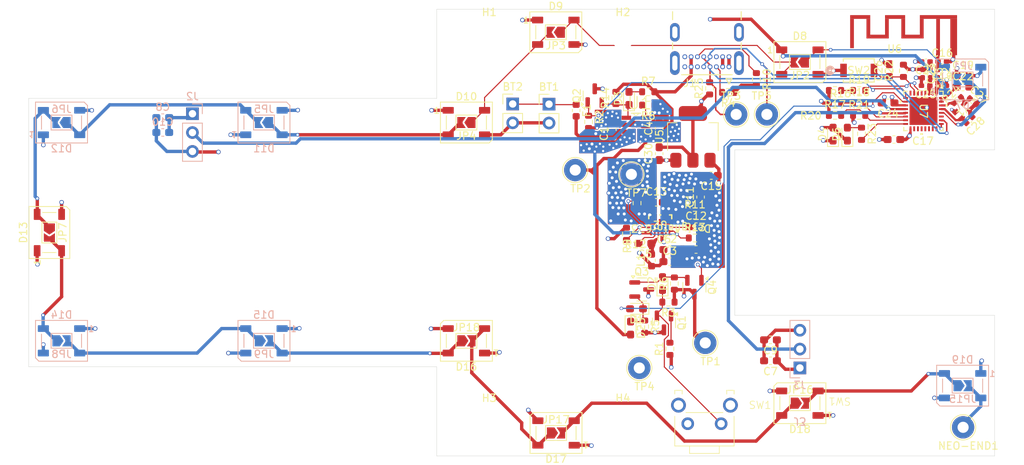
<source format=kicad_pcb>
(kicad_pcb (version 20240108) (generator "pcbnew") (generator_version "8.0")
  (layers (0 "F.Cu" signal) (1 "In1.Cu" power "GND.Cu") (2 "In2.Cu" power "ALIM.Cu") (31 "B.Cu" signal) (34 "B.Paste" user) (35 "F.Paste" user) (36 "B.SilkS" user "B.Silkscreen") (37 "F.SilkS" user "F.Silkscreen") (38 "B.Mask" user) (39 "F.Mask" user) (44 "Edge.Cuts" user))
  (net 0 "")
  (net 1 "GND")
  (net 2 "Net-(BT1-+)")
  (net 3 "VBATT")
  (net 4 "+9V")
  (net 5 "+3.3V")
  (net 6 "Net-(D3-A)")
  (net 8 "Net-(J1-CC1)")
  (net 9 "Net-(J1-CC2)")
  (net 11 "/DIODE_STATE")
  (net 12 "/VUSB")
  (net 13 "/SQPI_VDD_ESP")
  (net 14 "/USB_ESP32P")
  (net 15 "/USB_ESP32N")
  (net 16 "/Moteur1_PWM")
  (net 17 "/StayOn")
  (net 18 "/CHARGE")
  (net 19 "/SQPI_SS_ESP")
  (net 20 "/SQPI_SD0_ESP")
  (net 21 "/Moteur2_PWM")
  (net 22 "/SQPI_SD1_ESP")
  (net 23 "/SQPI_SCLK_ESP")
  (net 24 "/SQPI_SD2_ESP")
  (net 25 "/SQPI_SD3_ESP")
  (net 26 "/I2C_DO")
  (net 27 "Net-(C5-Pad1)")
  (net 28 "Net-(U2-BST)")
  (net 29 "Net-(U2-VCC)")
  (net 30 "Net-(C11-Pad1)")
  (net 31 "Net-(U2-COMP)")
  (net 32 "Net-(U6-FP)")
  (net 33 "Net-(U7-LNA_IN)")
  (net 34 "Net-(C25-Pad1)")
  (net 35 "Net-(U7-CHIP_EN)")
  (net 36 "Net-(C27-Pad1)")
  (net 37 "Net-(U7-XTAL_N)")
  (net 38 "Net-(D2-A)")
  (net 39 "Net-(D2-K)")
  (net 40 "Net-(D3-K)")
  (net 41 "Net-(D6-A)")
  (net 42 "/NEOPX")
  (net 43 "/Button")
  (net 44 "Net-(Q4-D)")
  (net 45 "Net-(U1-PROG)")
  (net 46 "Net-(U2-FB)")
  (net 47 "Net-(R16-Pad2)")
  (net 48 "Net-(R17-Pad1)")
  (net 49 "Net-(U7-GPIO8)")
  (net 50 "Net-(U7-GPIO2)")
  (net 51 "Net-(U7-GPIO9)")
  (net 52 "Net-(U7-GPIO10)")
  (net 53 "Net-(U7-XTAL_P)")
  (net 56 "Net-(D1-K)")
  (net 57 "Net-(D7-DOUT)")
  (net 58 "/NEO_Row2")
  (net 59 "Net-(D10-DIN)")
  (net 60 "Net-(D8-DOUT)")
  (net 61 "Net-(D10-DOUT)")
  (net 62 "Net-(D11-DOUT)")
  (net 63 "Net-(D12-DOUT)")
  (net 64 "Net-(D13-DOUT)")
  (net 65 "Net-(D14-DOUT)")
  (net 66 "Net-(D16-DOUT)")
  (net 67 "Net-(D17-DOUT)")
  (net 68 "Net-(D18-DOUT)")
  (net 69 "Net-(D19-DOUT)")
  (footprint "Resistor_SMD:R_0402_1005Metric_Pad0.72x0.64mm_HandSolder" (layer "F.Cu") (at 202.1204 85.1412 45)
    (property "Reference" "R24")
    (property "Value" "0")
  )
  (footprint "LED_SMD:LED_WS2812B_PLCC4_5.0x5.0mm_P3.2mm" (layer "F.Cu") (at 147.9676 75.9972)
    (property "Reference" "D9")
    (property "Value" "WS2812B")
  )
  (footprint "Capacitor_SMD:C_0603_1608Metric_Pad1.08x0.95mm_HandSolder" (layer "F.Cu") (at 166.870488 102.196888)
    (property "Reference" "C12")
    (property "Value" "100p")
  )
  (footprint "Jumper:SolderJumper-2_P1.3mm_Open_TrianglePad1.0x1.5mm" (layer "F.Cu") (at 180.8606 80.0104 180)
    (property "Reference" "JP2")
    (property "Value" "SolderJumper_2_Open")
  )
  (footprint "LED_SMD:LED_0603_1608Metric_Pad1.05x0.95mm_HandSolder" (layer "F.Cu") (at 162.3466 109.8636 90)
    (property "Reference" "D2")
    (property "Value" "D_Schottky")
  )
  (footprint "LED_SMD:LED_WS2812B_PLCC4_5.0x5.0mm_P3.2mm" (layer "F.Cu") (at 180.8606 80.0104)
    (property "Reference" "D8")
    (property "Value" "WS2812B")
  )
  (footprint "Resistor_SMD:R_0603_1608Metric" (layer "F.Cu") (at 157.4926 103.162088 90)
    (property "Reference" "R9")
    (property "Value" "10k")
  )
  (footprint "Package_TO_SOT_SMD:SOT-23" (layer "F.Cu") (at 166.6466 110.3636 -90)
    (property "Reference" "Q4")
    (property "Value" "PMOS")
  )
  (footprint "LED_SMD:LED_0603_1608Metric_Pad1.05x0.95mm_HandSolder" (layer "F.Cu") (at 157.835545 84.906945 90)
    (property "Reference" "D3")
    (property "Value" "LED")
  )
  (footprint "Capacitor_SMD:C_0402_1005Metric_Pad0.74x0.62mm_HandSolder" (layer "F.Cu") (at 197.8088 83.1969 180)
    (property "Reference" "C25")
    (property "Value" "1u")
  )
  (footprint "TestPoint:TestPoint_Loop_D2.54mm_Drill1.5mm_Beaded" (layer "F.Cu") (at 176.4156 87.0716 180)
    (property "Reference" "TP5")
    (property "Value" "TestPoint")
  )
  (footprint "Fuse:Fuse_0603_1608Metric" (layer "F.Cu") (at 150.711545 86.536945 -90)
    (property "Reference" "F1")
    (property "Value" "10A")
  )
  (footprint "Capacitor_SMD:C_0603_1608Metric_Pad1.08x0.95mm_HandSolder" (layer "F.Cu") (at 163.3324 106.909)
    (property "Reference" "C3")
    (property "Value" "100n")
  )
  (footprint "Capacitor_SMD:C_0603_1608Metric_Pad1.08x0.95mm_HandSolder" (layer "F.Cu") (at 161.899545 88.9512 90)
    (property "Reference" "C4")
    (property "Value" "4.7u")
  )
  (footprint "Jumper:SolderJumper-2_P1.3mm_Open_TrianglePad1.0x1.5mm" (layer "F.Cu") (at 148 129.9986)
    (property "Reference" "JP17")
    (property "Value" "SolderJumper_2_Open")
  )
  (footprint "Capacitor_SMD:C_0603_1608Metric_Pad1.08x0.95mm_HandSolder" (layer "F.Cu") (at 159.9818 104.4452 180)
    (property "Reference" "C5")
    (property "Value" "100nf")
  )
  (footprint "Resistor_SMD:R_0603_1608Metric" (layer "F.Cu") (at 152.3872 88.068745 90)
    (property "Reference" "R2")
    (property "Value" "100k")
  )
  (footprint "Capacitor_SMD:C_0402_1005Metric_Pad0.74x0.62mm_HandSolder" (layer "F.Cu") (at 200.0527 79.9457)
    (property "Reference" "C16")
    (property "Value" "1.8p")
  )
  (footprint "LED_SMD:LED_WS2812B_PLCC4_5.0x5.0mm_P3.2mm" (layer "F.Cu") (at 79.7188 102.9858 90)
    (property "Reference" "D13")
    (property "Value" "WS2812B")
  )
  (footprint "Capacitor_SMD:C_0402_1005Metric_Pad0.74x0.62mm_HandSolder" (layer "F.Cu") (at 197.4024 81.5626 -90)
    (property "Reference" "C23")
    (property "Value" "100n")
  )
  (footprint "TestPoint:TestPoint_Loop_D2.54mm_Drill1.5mm_Beaded" (layer "F.Cu") (at 168.1098 117.8564)
    (property "Reference" "TP1")
    (property "Value" "TestPoint")
  )
  (footprint "MountingHole:MountingHole_2.7mm_M2.5" (layer "F.Cu") (at 157 77)
    (property "Reference" "H2")
    (property "Value" "MountingHole" (hide yes))
  )
  (footprint "Resistor_SMD:R_0603_1608Metric" (layer "F.Cu") (at 168.694 83.5542 90)
    (property "Reference" "R25")
    (property "Value" "10k")
  )
  (footprint "Resistor_SMD:R_0603_1608Metric" (layer "F.Cu") (at 175 82.325 -90)
    (property "Reference" "R10")
    (property "Value" "36k")
  )
  (footprint "Jumper:SolderJumper-2_P1.3mm_Open_TrianglePad1.0x1.5mm" (layer "F.Cu") (at 135.9164 117.578)
    (property "Reference" "JP18")
    (property "Value" "SolderJumper_2_Open")
  )
  (footprint "MountingHole:MountingHole_2.7mm_M2.5" (layer "F.Cu") (at 139 129)
    (property "Reference" "H3")
    (property "Value" "MountingHole" (hide yes))
  )
  (footprint "LED_SMD:LED_WS2812B_PLCC4_5.0x5.0mm_P3.2mm" (layer "F.Cu") (at 148 129.9986 180)
    (property "Reference" "D17")
    (property "Value" "WS2812B")
  )
  (footprint "LED_SMD:LED_0603_1608Metric_Pad1.05x0.95mm_HandSolder" (layer "F.Cu") (at 185.331 89.7246 90)
    (property "Reference" "D4")
    (property "Value" "D_Schottky")
  )
  (footprint "LED_SMD:LED_WS2812B_PLCC4_5.0x5.0mm_P3.2mm" (layer "F.Cu") (at 135.9164 88.1628)
    (property "Reference" "D10")
    (property "Value" "WS2812B")
  )
  (footprint "Resistor_SMD:R_0603_1608Metric" (layer "F.Cu") (at 163.3466 118.657 90)
    (property "Reference" "R1")
    (property "Value" "10k")
  )
  (footprint "LED_SMD:LED_0603_1608Metric_Pad1.05x0.95mm_HandSolder" (layer "F.Cu") (at 187.2614 89.7246 90)
    (property "Reference" "D6")
    (property "Value" "LED")
  )
  (footprint "Inductor_SMD:L_0402_1005Metric_Pad0.77x0.64mm_HandSolder" (layer "F.Cu") (at 199.4344 81.5713 -90)
    (property "Reference" "L2")
    (property "Value" "2.7n")
  )
  (footprint "Resistor_SMD:R_0603_1608Metric" (layer "F.Cu") (at 166.715888 103.720888)
    (property "Reference" "R13")
    (property "Value" "48.7k")
  )
  (footprint "Resistor_SMD:R_0603_1608Metric" (layer "F.Cu") (at 166.716988 100.647488)
    (property "Reference" "R11")
    (property "Value" "45.3k")
  )
  (footprint "Capacitor_SMD:C_0603_1608Metric_Pad1.08x0.95mm_HandSolder" (layer "F.Cu") (at 176.8982 120.2694 180)
    (property "Reference" "C7")
    (property "Value" "100u")
  )
  (footprint "Jumper:SolderJumper-2_P1.3mm_Open_TrianglePad1.0x1.5mm" (layer "F.Cu") (at 135.9164 88.1628 180)
    (property "Reference" "JP4")
    (property "Value" "SolderJumper_2_Open")
  )
  (footprint "TestPoint:TestPoint_Loop_D2.54mm_Drill1.5mm_Beaded" (layer "F.Cu") (at 158.153 95.1488)
    (property "Reference" "TP7")
    (property "Value" "TestPoint")
  )
  (footprint "Capacitor_SMD:C_0603_1608Metric_Pad1.08x0.95mm_HandSolder" (layer "F.Cu") (at 167.478988 98.207988 90)
    (property "Reference" "C11")
    (property "Value" "39n")
  )
  (footprint "Resistor_SMD:R_0603_1608Metric" (layer "F.Cu") (at 156.0702 84.8486 90)
    (property "Reference" "R14")
    (property "Value" "100k")
  )
  (footprint "Capacitor_SMD:C_0402_1005Metric_Pad0.74x0.62mm_HandSolder" (layer "F.Cu") (at 197.8342 79.9457 180)
    (property "Reference" "C20")
    (property "Value" "10u")
  )
  (footprint "Inductor_SMD:L_0402_1005Metric_Pad0.77x0.64mm_HandSolder" (layer "F.Cu") (at 198.4184 81.5713 -90)
    (property "Reference" "L3")
    (property "Value" "2n")
  )
  (footprint "Resistor_SMD:R_0603_1608Metric" (layer "F.Cu") (at 185.5962 87.1986 180)
    (property "Reference" "R20")
    (property "Value" "10k")
  )
  (footprint "Capacitor_SMD:C_0603_1608Metric_Pad1.08x0.95mm_HandSolder" (layer "F.Cu") (at 161.8982 92.3544 90)
    (property "Reference" "C30")
    (property "Value" "100u")
  )
  (footprint "AN034_ANTENNA:AN034_ANTENNA" (layer "F.Cu") (at 194.437 79.0488)
    (property "Reference" "U6")
    (property "Value" "AN034_ANTENNA")
  )
  (footprint "Resistor_SMD:R_0603_1608Metric" (layer "F.Cu") (at 185.5972 83.8458 180)
    (property "Reference" "R17")
    (property "Value" "10k")
  )
  (footprint "MountingHole:MountingHole_2.7mm_M2.5" (layer "F.Cu") (at 139 77)
    (property "Reference" "H1")
    (property "Value" "MountingHole" (hide yes))
  )
  (footprint "TestPoint:TestPoint_Loop_D2.54mm_Drill1.5mm_Beaded" (layer "F.Cu") (at 202.857 129.2356)
    (property "Reference" "NEO-END1")
    (property "Value" "TestPoint")
  )
  (footprint "LED_SMD:LED_WS2812B_PLCC4_5.0x5.0mm_P3.2mm" (layer "F.Cu") (at 135.9164 117.578 180)
    (property "Reference" "D16")
    (property "Value" "WS2812B")
  )
  (footprint "TestPoint:TestPoint_Loop_D2.54mm_Drill1.5mm_Beaded" (layer "F.Cu") (at 159.2198 121.2346)
    (property "Reference" "TP4")
    (property "Value" "TestPoint")
  )
  (footprint "Capacitor_SMD:C_0402_1005Metric_Pad0.74x0.62mm_HandSolder" (layer "F.Cu") (at 203.720372 87.8451 -135)
    (property "Reference" "C28")
    (property "Value" "15p")
  )
  (footprint "Resistor_SMD:R_0603_1608Metric" (layer "F.Cu") (at 194.81535 81.1903 90)
    (property "Reference" "R22")
    (property "Value" "10k")
  )
  (footprint "Package_TO_SOT_SMD:SOT-23" (layer "F.Cu") (at 159.5466 110.6636)
    (property "Reference" "Q3")
    (property "Value" "NMOS")
  )
  (footprint "Jumper:SolderJumper-2_P1.3mm_Open_TrianglePad1.0x1.5mm" (layer "F.Cu") (at 147.9676 75.9972 180)
    (property "Reference" "JP3")
    (property "Value" "SolderJumper_2_Open")
  )
  (footprint "Capacitor_SMD:C_0603_1608Metric_Pad1.08x0.95mm_HandSolder" (layer "F.Cu") (at 168.9226 95.3012 180)
    (property "Reference" "C15")
    (property "Value" "10u")
  )
  (footprint "Capacitor_SMD:C_0603_1608Metric_Pad1.08x0.95mm_HandSolder" (layer "F.Cu") (at 155.5876 89.1036 90)
    (property "Reference" "C1")
    (property "Value" "4.7u")
  )
  (footprint "Resistor_SMD:R_0603_1608Metric" (layer "F.Cu") (at 159.9466 115.6636 -90)
    (property "Reference" "R5")
    (property "Value" "10k")
  )
  (footprint "TestPoint:TestPoint_Loop_D2.54mm_Drill1.5mm_Beaded" (layer "F.Cu") (at 172.2754 87.0716 180)
    (property "Reference" "TP3")
    (property "Value" "TestPoint")
  )
  (footprint "Resistor_SMD:R_0603_1608Metric" (layer "F.Cu") (at 160.426345 84.017945)
    (property "Reference" "R7")
    (property "Value" "470")
  )
  (footprint "Capacitor_SMD:C_0603_1608Metric_Pad1.08x0.95mm_HandSolder" (layer "F.Cu") (at 192.91035 81.1599 90)
    (property "Reference" "C26")
    (property "Value" "10nf")
  )
  (footprint "Connector_PinHeader_2.54mm:PinHeader_1x02_P2.54mm_Vertical" (layer "F.Cu") (at 147.053945 85.687345)
    (property "Reference" "BT1")
    (property "Value" "Battery_Cell")
  )
  (footprint "Resistor_SMD:R_0603_1608Metric" (layer "F.Cu") (at 185.5962 85.5349)
    (property "Reference" "R16")
    (property "Value" "10k")
  )
  (footprint "Resistor_SMD:R_0603_1608Metric" (layer "F.Cu") (at 163.9466 109.8636 90)
    (property "Reference" "R6")
    (property "Value" "10k")
  )
  (footprint "TPS61288LRQQR:RQQ0011A-MFG" (layer "F.Cu") (at 162.043713 101.916213 180)
    (property "Reference" "U2")
    (property "Value" "TPS61288LRQQR")
  )
  (footprint "LED_SMD:LED_WS2812B_PLCC4_5.0x5.0mm_P3.2mm" (layer "F.Cu") (at 180.8606 125.9854 180)
    (property "Reference" "D18")
    (property "Value" "WS2812B")
  )
  (footprint "Capacitor_SMD:C_0603_1608Metric_Pad1.08x0.95mm_HandSolder" (layer "F.Cu") (at 176.8982 117.45 180)
    (property "Reference" "C9")
    (property "Value" "1u")
  )
  (footprint "Resistor_SMD:R_0603_1608Metric" (layer "F.Cu") (at 158.918088 99.021888 90)
    (property "Reference" "R12")
    (property "Value" "357k")
  )
  (footprint "Package_TO_SOT_SMD:SOT-23" (layer "F.Cu") (at 162.5466 115.1636 -90)
    (property "Reference" "Q1")
    (property "Value" "NMOS")
  )
  (footprint "Resistor_SMD:R_0603_1608Metric" (layer "F.Cu") (at 189.1664 89.6756 -90)
    (property "Reference" "R23")
    (property "Value" "130")
  )
  (footprint "Jumper:SolderJumper-2_P1.3mm_Open_TrianglePad1.0x1.5mm" (layer "F.Cu") (at 79.7188 102.9858 -90)
    (property "Reference" "JP7")
    (property "Value" "SolderJumper_2_Open")
  )
  (footprint "Package_TO_SOT_SMD:SOT-223-3_TabPin2" (layer "F.Cu") (at 166.4448 90.0938 90)
    (property "Reference" "U5")
    (property "Value" "LD1117S33TR_SOT223")
  )
  (footprint "Capacitor_SMD:C_0603_1608Metric_Pad1.08x0.95mm_HandSolder" (layer "F.Cu") (at 161.5301 98.908)
    (property "Reference" "C13")
    (property "Value" "47u")
  )
  (footprint "Capacitor_SMD:C_0603_1608Metric_Pad1.08x0.95mm_HandSolder" (layer "F.Cu") (at 166.869388 105.270288)
    (property "Reference" "C6")
    (property "Value" "2.2u")
  )
  (footprint "Resistor_SMD:R_0603_1608Metric" (layer "F.Cu") (at 188.8484 85.5222)
    (property "Reference" "R18")
    (property "Value" "0")
  )
  (footprint "Capacitor_SMD:C_0603_1608Metric_Pad1.08x0.95mm_HandSolder" (layer "F.Cu") (at 202.838 81.8507)
    (property "Reference" "C19")
    (property "Value" "10n")
  )
  (footprint "CS1213AGF160:SW_CS1213AG_CRS" (layer "F.Cu") (at 188.7929 81.1395)
    (property "Reference" "SW2")
    (property "Value" "SW_Push")
  )
  (footprint "LED_SMD:LED_0603_1608Metric_Pad1.05x0.95mm_HandSolder" (layer "F.Cu") (at 158.0466 115.8636 -90)
    (property "Reference" "D25")
    (property "Value" "D_Schottky")
  )
  (footprint "Capacitor_SMD:C_0603_1608Metric_Pad1.08x0.95mm_HandSolder" (layer "F.Cu") (at 163.3335 105.2834)
    (property "Reference" "C2")
    (property "Value" "10u")
  )
  (footprint "Resistor_SMD:R_0603_1608Metric" (layer "F.Cu") (at 160.426345 85.821345 180)
    (property "Reference" "R8")
    (property "Value" "2k")
  )
  (footprint "Resistor_SMD:R_0603_1608Metric" (layer "F.Cu") (at 188.8484 87.1986)
    (property "Reference" "R21")
    (property "Value" "0" (hide yes))
  )
  (footprint "LED_SMD:LED_0603_1608Metric_Pad1.05x0.95mm_HandSolder" (layer "F.Cu") (at 158.8466 113.2636 180)
    (property "Reference" "D1")
    (property "Value" "D_Schottky")
  )
  (footprint "2137160001:MOLEX_2137160001" (layer "F.Cu") (at 168.3298 72.9992 180)
    (property "Reference" "J1")
    (property "Value" "2137160001")
  )
  (footprint "Resistor_SMD:R_0603_1608Metric" (layer "F.Cu") (at 171.2 84.1 180)
    (property "Reference" "R4")
    (property "Value" "36k")
  )
  (footprint "Resistor_SMD:R_0603_1608Metric" (layer "F.Cu") (at 188.8494 83.8458)
    (property "Reference" "R19")
    (property "Value" "0")
  )
  (footprint "830059627:SMD_059627_WRE-L" (layer "F.Cu") (at 202.838 86.585777 -135)
    (property "Reference" "Y1")
    (property "Value" "40MHz")
  )
  (footprint "Package_TO_SOT_SMD:SOT-23" (layer "F.Cu") (at 153.2152 84.553645 90)
    (property "Reference" "Q2")
    (property "Value" "PMOS")
  )
  (footprint "MountingHole:MountingHole_2.7mm_M2.5" (layer "F.Cu") (at 157 129)
    (property "Reference" "H4")
    (property "Value" "MountingHole" (hide yes))
  )
  (footprint "Inductor_SMD:L_0603_1608Metric" (layer "F.Cu") (at 160.8708 106.7313 90)
    (property "Reference" "L1")
    (property "Value" "1.2u")
  )
  (footprint "Resistor_SMD:R_0603_1608Metric" (layer "F.Cu") (at 163.1466 112.3636 180)
    (property "Reference" "R3")
    (property "Value" "10k")
  )
  (footprint "Capacitor_SMD:C_0603_1608Metric_Pad1.08x0.95mm_HandSolder" (layer "F.Cu") (at 193.5363 90.4498 180)
    (property "Reference" "C17")
    (property "Value" "100n")
  )
  (footprint "Capacitor_SMD:C_0603_1608Metric_Pad1.08x0.95mm_HandSolder" (layer "F.Cu") (at 202.838 83.3747)
    (property "Reference" "C22")
    (property "Value" "1u")
  )
  (footprint "ESP32_C3:QFN32_5X5_EXP-L" (layer "F.Cu") (at 197.5167 86.603101 -90)
    (property "Reference" "U7")
    (property "Value" "ESP32-C3")
  )
  (footprint "MCP73831T_2ACI_OT:SOT95P280X145-5N" (layer "F.Cu") (at 158.775345 88.462945)
    (property "Reference" "U1")
    (property "Value" "MCP73831T-2ACI_OT")
  )
  (footprint "Capacitor_SMD:C_0402_1005Metric_Pad0.74x0.62mm_HandSolder" (layer "F.Cu") (at 204.197855 85.274583 -45)
    (property "Reference" "C27")
    (property "Value" "15p")
  )
  (footprint "Connector_PinHeader_2.54mm:PinHeader_1x02_P2.54mm_Vertical" (layer "F.Cu") (at 142.159545 85.661945)
    (property "Reference" "BT2")
    (property "Value" "Battery_Cell")
  )
  (footprint "Jumper:SolderJumper-2_P1.3mm_Open_TrianglePad1.0x1.5mm" (layer "F.Cu") (at 180.8606 125.9854)
    (property "Reference" "JP16")
    (property "Value" "SolderJumper_2_Open")
  )
  (footprint "Capacitor_SMD:C_0603_1608Metric_Pad1.08x0.95mm_HandSolder" (layer "F.Cu") (at 192.7467 85.5222 180)
    (property "Reference" "C24")
    (property "Value" "100n")
  )
  (footprint "Capacitor_SMD:C_0402_1005Metric_Pad0.74x0.62mm_HandSolder" (layer "F.Cu") (at 200.044 83.1969)
    (property "Reference" "C18")
    (property "Value" "1.8p")
  )
  (footprint "TestPoint:TestPoint_Loop_D2.54mm_Drill1.5mm_Beaded" (layer "F.Cu") (at 150.5838 94.5646)
    (property "Reference" "TP2")
    (property "Value" "TestPoint")
  )
  (footprint "CT1102V3.15F100:CT1102V3.15F100" (layer "F.Cu") (at 164.5 126.25)
    (property "Reference" "SW1")
    (property "Value" "CT1102" (hide yes))
  )
  (footprint "Jumper:SolderJumper-2_P1.3mm_Open_TrianglePad1.0x1.5mm" (layer "B.Cu") (at 81.3572 117.578)
    (property "Reference" "JP8")
    (property "Value" "SolderJumper_2_Open")
  )
  (footprint "LED_SMD:LED_WS2812B_PLCC4_5.0x5.0mm_P3.2mm" (layer "B.Cu") (at 81.3572 88.1628)
    (property "Reference" "D12")
    (property "Value" "WS2812B")
  )
  (footprint "LED_SMD:LED_WS2812B_PLCC4_5.0x5.0mm_P3.2mm" (layer "B.Cu") (at 202.7924 123.625 180)
    (property "Reference" "D19")
    (property "Value" "WS2812B")
  )
  (footprint "Jumper:SolderJumper-2_P1.3mm_Open_TrianglePad1.0x1.5mm" (layer "B.Cu") (at 108.6368 88.1628 180)
    (property "Reference" "JP5")
    (property "Value" "SolderJumper_2_Open")
  )
  (footprint "Capacitor_SMD:C_0603_1608Metric_Pad1.08x0.95mm_HandSolder" (layer "B.Cu") (at 95 89.5 180)
    (property "Reference" "C10")
    (property "Value" "1u")
  )
  (footprint "LED_SMD:LED_WS2812B_PLCC4_5.0x5.0mm_P3.2mm" (layer "B.Cu") (at 108.6368 117.578 180)
    (property "Reference" "D15")
    (property "Value" "WS2812B")
  )
  (footprint "LED_SMD:LED_WS2812B_PLCC4_5.0x5.0mm_P3.2mm" (layer "B.Cu") (at 108.6368 88.1628)
    (property "Reference" "D11")
    (property "Value" "WS2812B")
  )
  (footprint "Connector_PinHeader_2.54mm:PinHeader_1x03_P2.54mm_Vertical" (layer "B.Cu") (at 99 86.975 180)
    (property "Reference" "J2")
    (property "Value" "Conn_01x03_Socket")
  )
  (footprint "LED_SMD:LED_WS2812B_PLCC4_5.0x5.0mm_P3.2mm" (layer "B.Cu") (at 202.7924 82.3482)
    (property "Reference" "D7")
    (property "Value" "WS2812B")
  )
  (footprint "Jumper:SolderJumper-2_P1.3mm_Open_TrianglePad1.0x1.5mm" (layer "B.Cu") (at 108.6368 117.578)
    (property "Reference" "JP9")
    (property "Value" "SolderJumper_2_Open")
  )
  (footprint "Jumper:SolderJumper-2_P1.3mm_Open_TrianglePad1.0x1.5mm" (layer "B.Cu") (at 202.7924 82.3482 180)
    (property "Reference" "JP1")
    (property "Value" "SolderJumper_2_Open")
  )
  (footprint "LED_SMD:LED_WS2812B_PLCC4_5.0x5.0mm_P3.2mm" (layer "B.Cu") (at 81.3572 117.578 180)
    (property "Reference" "D14")
    (property "Value" "WS2812B")
  )
  (footprint "Jumper:SolderJumper-2_P1.3mm_Open_TrianglePad1.0x1.5mm" (layer "B.Cu") (at 81.3572 88.1628 180)
    (property "Reference" "JP6")
    (property "Value" "SolderJumper_2_Open")
  )
  (footprint "Connector_PinHeader_2.54mm:PinHeader_1x03_P2.54mm_Vertical" (layer "B.Cu") (at 180.8606 121.2346)
    (property "Reference" "J3")
    (property "Value" "Conn_01x03_Socket")
  )
  (footprint "Jumper:SolderJumper-2_P1.3mm_Open_TrianglePad1.0x1.5mm" (layer "B.Cu") (at 202.7924 123.625)
    (property "Reference" "JP15")
    (property "Value" "SolderJumper_2_Open")
  )
  (footprint "Capacitor_SMD:C_0603_1608Metric_Pad1.08x0.95mm_HandSolder" (layer "B.Cu") (at 95 87.5 180)
    (property "Reference" "C8")
    (property "Value" "100u")
  )
  (gr_line (start 172.0976 114.148) (end 207.0988 114.148) (stroke (width 0.05)) (layer "Edge.Cuts"))
  (gr_line (start 207.0988 114.148) (end 207.0988 133.0964) (stroke (width 0.05)) (layer "Edge.Cuts"))
  (gr_line (start 207.0988 72.8984) (end 207.0988 91.8468) (stroke (width 0.05)) (layer "Edge.Cuts"))
  (gr_line (start 131.9148 84.9126) (end 131.9148 72.8984) (stroke (width 0.05)) (layer "Edge.Cuts"))
  (gr_line (start 131.9148 121.0822) (end 76.9238 121.0822) (stroke (width 0.05)) (layer "Edge.Cuts"))
  (gr_line (start 76.9238 84.9126) (end 131.9148 84.9126) (stroke (width 0.05)) (layer "Edge.Cuts"))
  (gr_line (start 172.0976 91.8468) (end 172.0976 114.148) (stroke (width 0.05)) (layer "Edge.Cuts"))
  (gr_line (start 207.0988 133.0964) (end 131.9148 133.0964) (stroke (width 0.05)) (layer "Edge.Cuts"))
  (gr_line (start 131.9148 72.8984) (end 207.0988 72.8984) (stroke (width 0.05)) (layer "Edge.Cuts"))
  (gr_line (start 76.9238 121.0822) (end 76.9238 84.9126) (stroke (width 0.05)) (layer "Edge.Cuts"))
  (gr_line (start 131.9148 133.0964) (end 131.9148 121.0822) (stroke (width 0.05)) (layer "Edge.Cuts"))
  (gr_line (start 207.0988 91.8468) (end 172.0976 91.8468) (stroke (width 0.05)) (layer "Edge.Cuts"))
  (gr_text "J3" (at 180.8594 128.4158 180) (layer "B.SilkS") (effects (font (size 1 1)) (justify mirror)))
  (gr_text "SW1" (at 186.22 125.7304 180) (layer "F.SilkS") (effects (font (size 1 1) (thickness 0.1))))
  (segment (start 183.9086 88.8496) (end 183.8324 88.9258) (width 0.45) (layer "F.Cu") (net 1))
  (segment (start 161.251345 85.821345) (end 161.899545 86.469545) (width 0.45) (layer "F.Cu") (net 1))
  (segment (start 155.0034 103.8102) (end 155.838512 103.8102) (width 0.45) (layer "F.Cu") (net 1))
  (segment (start 171.3048 79.2992) (end 171.3048 80.6492) (width 0.45) (layer "F.Cu") (net 1))
  (segment (start 160.4466 110.7011) (end 160.4841 110.6636) (width 0.45) (layer "F.Cu") (net 1))
  (segment (start 185.331 88.8496) (end 183.9086 88.8496) (width 0.45) (layer "F.Cu") (net 1))
  (segment (start 201.587 79.5532) (end 201.587 78.6388) (width 0.45) (layer "F.Cu") (net 1))
  (segment (start 204.543406 85.675866) (end 203.792523 86.426749) (width 0.45) (layer "F.Cu") (net 1))
  (segment (start 161.899545 86.469545) (end 161.899545 88.0887) (width 0.45) (layer "F.Cu") (net 1))
  (segment (start 192.4252 80.2974) (end 191.8715 79.7437) (width 0.45) (layer "F.Cu") (net 1))
  (segment (start 81.3688 100.5358) (end 81.3688 98.908) (width 0.45) (layer "F.Cu") (net 1))
  (segment (start 152.3872 88.893745) (end 153.523545 88.893745) (width 0.45) (layer "F.Cu") (net 1))
  (segment (start 161.9251 93.2438) (end 161.8982 93.2169) (width 0.45) (layer "F.Cu") (net 1))
  (segment (start 145.55 128.3486) (end 144.2592 127.0578) (width 0.45) (layer "F.Cu") (net 1))
  (segment (start 204.599138 85.675866) (end 205.159204 85.1158) (width 0.45) (layer "F.Cu") (net 1))
  (segment (start 164.1448 93.2438) (end 162.8774 93.2438) (width 0.45) (layer "F.Cu") (net 1))
  (segment (start 167.478988 97.345488) (end 165.6296 97.345488) (width 0.45) (layer "F.Cu") (net 1))
  (segment (start 151.929 77.6472) (end 151.9554 77.6736) (width 0.45) (layer "F.Cu") (net 1))
  (segment (start 159.9466 116.4886) (end 161.3216 116.4886) (width 0.45) (layer "F.Cu") (net 1))
  (segment (start 164.1474 99.87715) (end 162.833337 101.191213) (width 0.45) (layer "F.Cu") (net 1))
  (segment (start 162.3926 98.908) (end 163.17825 98.908) (width 0.45) (layer "F.Cu") (net 1))
  (segment (start 162.8774 93.2438) (end 161.9251 93.2438) (width 0.45) (layer "F.Cu") (net 1))
  (segment (start 172.975 83.15) (end 172.025 84.1) (width 0.45) (layer "F.Cu") (net 1))
  (segment (start 203.7005 81.8507) (end 204.7481 81.8507) (width 0.45) (layer "F.Cu") (net 1))
  (segment (start 155.809445 88.462945) (end 157.479945 88.462945) (width 0.45) (layer "F.Cu") (net 1))
  (segment (start 176.0357 120.3975) (end 176.0357 117.45) (width 0.45) (layer "F.Cu") (net 1))
  (segment (start 203.7005 83.3747) (end 203.7005 81.8507) (width 0.45) (layer "F.Cu") (net 1))
  (segment (start 162.293713 104.020913) (end 162.5308 104.258) (width 0.45) (layer "F.Cu") (net 1))
  (segment (start 177.575102 116.1546) (end 176.0357 117.694002) (width 0.45) (layer "F.Cu") (net 1))
  (segment (start 131.1762 115.928) (end 131.1528 115.9514) (width 0.45) (layer "F.Cu") (net 1))
  (segment (start 159.6262 88.462945) (end 158.668745 88.462945) (width 0.45) (layer "F.Cu") (net 1))
  (segment (start 192.91035 80.2974) (end 192.4252 80.2974) (width 0.45) (layer "F.Cu") (net 1))
  (segment (start 200.6202 79.9457) (end 201.1945 79.9457) (width 0.45) (layer "F.Cu") (net 1))
  (segment (start 133.4664 115.928) (end 131.1762 115.928) (width 0.45) (layer "F.Cu") (net 1))
  (segment (start 201.4727 79.6675) (end 201.587 79.5532) (width 0.45) (layer "F.Cu") (net 1))
  (segment (start 161.3216 116.4886) (end 161.3466 116.4636) (width 0.45) (layer "F.Cu") (net 1))
  (segment (start 168.9466 102.0556) (end 167.874276 102.0556) (width 0.45) (layer "F.Cu") (net 1))
  (segment (start 160.5914 88.462945) (end 159.6262 88.462945) (width 0.45) (layer "F.Cu") (net 1))
  (segment (start 99.5496 92.1312) (end 99.5646 92.1462) (width 0.45) (layer "F.Cu") (net 1))
  (segment (start 188.2012 88.1638) (end 188.0234 87.986) (width 0.45) (layer "F.Cu") (net 1))
  (segment (start 183.3106 81.6604) (end 184.8748 81.6604) (width 0.45) (layer "F.Cu") (net 1))
  (segment (start 184.8748 81.6604) (end 185.3564 81.1788) (width 0.45) (layer "F.Cu") (net 1))
  (segment (start 192.248519 85.208681) (end 192.248519 84.726082) (width 0.45) (layer "F.Cu") (net 1))
  (segment (start 142.159545 88.201945) (end 147.028545 88.201945) (width 0.45) (layer "F.Cu") (net 1))
  (segment (start 140.54869 89.8128) (end 142.159545 88.201945) (width 0.45) (layer "F.Cu") (net 1))
  (segment (start 178.4106 124.3354) (end 176.82 124.3354) (width 0.45) (layer "F.Cu") (net 1))
  (segment (start 162.5466 116.1044) (end 162.1874 116.4636) (width 0.45) (layer "F.Cu") (net 1))
  (segment (start 167.732988 105.269188) (end 167.731888 105.270288) (width 0.45) (layer "F.Cu") (net 1))
  (segment (start 201.641205 86.744805) (end 201.883477 86.744805) (width 0.45) (layer "F.Cu") (net 1))
  (segment (start 186.742902 81.1395) (end 185.585 81.1395) (width 0.45) (layer "F.Cu") (net 1))
  (segment (start 155.5876 88.2411) (end 155.809445 88.462945) (width 0.45) (layer "F.Cu") (net 1))
  (segment (start 197.2413 82.2912) (end 197.4024 82.1301) (width 0.45) (layer "F.Cu") (net 1))
  (segment (start 192.6738 90.4498) (end 191.554 90.4498) (width 0.45) (layer "F.Cu") (net 1))
  (segment (start 188.0234 87.986) (end 188.0234 87.1986) (width 0.45) (layer "F.Cu") (net 1))
  (segment (start 99.5796 92.1312) (end 99.5646 92.1462) (width 0.45) (layer "F.Cu") (net 1))
  (segment (start 153.523545 88.893745) (end 153.5302 88.9004) (width 0.45) (layer "F.Cu") (net 1))
  (segment (start 187.081 90.5996) (end 185.331 88.8496) (width 0.45) (layer "F.Cu") (net 1))
  (segment (start 147.028545 88.201945) (end 147.053945 88.227345) (width 0.45) (layer "F.Cu") (net 1))
  (segment (start 163.17825 98.908) (end 164.1474 99.87715) (width 0.45) (layer "F.Cu") (net 1))
  (segment (start 161.899545 88.0887) (end 161.5253 88.462945) (width 0.45) (layer "F.Cu") (net 1))
  (segment (start 187.2614 90.5996) (end 187.081 90.5996) (width 0.45) (layer "F.Cu") (net 1))
  (segment (start 201.1945 79.9457) (end 201.4727 79.6675) (width 0.45) (layer "F.Cu") (net 1))
  (segment (start 204.7481 81.8507) (end 204.762 81.8646) (width 0.45) (layer "F.Cu") (net 1))
  (segment (start 200.6472 82.398) (end 200.6115 82.4337) (width 0.45) (layer "F.Cu") (net 1))
  (segment (start 197.2413 83.1969) (end 197.2413 82.2912) (width 0.45) (layer "F.Cu") (net 1))
  (segment (start 201.318509 86.422109) (end 201.641205 86.744805) (width 0.45) (layer "F.Cu") (net 1))
  (segment (start 161.5253 88.462945) (end 160.5914 88.462945) (width 0.45) (layer "F.Cu") (net 1))
  (segment (start 160.4466 111.5636) (end 160.4466 110.7011) (width 0.45) (layer "F.Cu") (net 1))
  (segment (start 157.479945 88.462945) (end 158.668745 88.462945) (width 0.45) (layer "F.Cu") (net 1))
  (segment (start 200.6115 82.4337) (end 200.6115 83.1969) (width 0.45) (layer "F.Cu") (net 1))
  (segment (start 204.599138 85.675866) (end 204.543406 85.675866) (width 0.45) (layer "F.Cu") (net 1))
  (segment (start 162.293713 103.091212) (end 162.293713 104.020913) (width 0.45) (layer "F.Cu") (net 1))
  (segment (start 203.792523 87.114685) (end 204.121655 87.443817) (width 0.45) (layer "F.Cu") (net 1))
  (segment (start 162.5466 116.1011) (end 162.5466 116.1044) (width 0.45) (layer "F.Cu") (net 1))
  (segment (start 155.838512 103.8102) (end 157.311624 102.337088) (width 0.45) (layer "F.Cu") (net 1))
  (segment (start 150.4176 77.6472) (end 151.929 77.6472) (width 0.45) (layer "F.Cu") (net 1))
  (segment (start 162.833337 101.191213) (end 162.693713 101.191213) (width 0.45) (layer "F.Cu") (net 1))
  (segment (start 138.3664 89.8128) (end 140.54869 89.8128) (width 0.45) (layer "F.Cu") (net 1))
  (segment (start 203.792523 86.426749) (end 203.792523 87.114685) (width 0.45) (layer "F.Cu") (net 1))
  (segment (start 191.8842 85.573) (end 192.248519 85.208681) (width 0.45) (layer "F.Cu") (net 1))
  (segment (start 102.5 92.1312) (end 99.5796 92.1312) (width 0.45) (layer "F.Cu") (net 1))
  (segment (start 180.8606 116.1546) (end 177.575102 116.1546) (width 0.45) (layer "F.Cu") (net 1))
  (segment (start 167.732988 102.196888) (end 167.732988 105.269188) (width 0.45) (layer "F.Cu") (net 1))
  (segment (start 167.874276 102.0556) (end 167.732988 102.196888) (width 0.45) (layer "F.Cu") (net 1))
  (segment (start 197.2667 79.9457) (end 196.4054 79.9457) (width 0.45) (layer "F.Cu") (net 1))
  (segment (start 197.4024 82.1301) (end 196.5185 82.1301) (width 0.45) (layer "F.Cu") (net 1))
  (segment (start 144.2592 127.0578) (end 144.2592 126.8988) (width 0.45) (layer "F.Cu") (net 1))
  (segment (start 162.1874 116.4636) (end 161.3466 116.4636) (width 0.45) (layer "F.Cu") (net 1))
  (segment (start 175 83.15) (end 172.975 83.15) (width 0.45) (layer "F.Cu") (net 1))
  (via (at 154.2922 87.9352) (size 0.45) (drill 0.3) (layers "F.Cu" "B.Cu") (net 1))
  (via (at 169.329 103.4038) (size 0.6) (drill 0.4) (layers "F.Cu" "B.Cu") (net 1))
  (via (at 162.471 97.0538) (size 0.6) (drill 0.4) (layers "F.Cu" "B.Cu") (net 1))
  (via (at 113.195 86.4874) (size 0.6) (drill 0.4) (layers "F.Cu" "B.Cu") (net 1))
  (via (at 170.0656 101.4226) (size 0.6) (drill 0.4) (layers "F.Cu" "B.Cu") (net 1))
  (via (at 163.1822 99.7716) (size 0.6) (drill 0.4) (layers "F.Cu" "B.Cu") (net 1))
  (via (at 197.973822 86.145982) (size 0.6) (drill 0.4) (layers "F.Cu" "B.Cu") (net 1))
  (via (at 165.265 95.86) (size 0.6) (drill 0.4) (layers "F.Cu" "B.Cu") (net 1))
  (via (at 168.9466 102.0556) (size 0.6) (drill 0.4) (layers "F.Cu" "B.Cu") (net 1))
  (via (at 169.9386 106.5534) (size 0.6) (drill 0.4) (layers "F.Cu" "B.Cu") (net 1))
  (via (at 168.7448 101.0924) (size 0.6) (drill 0.4) (layers "F.Cu" "B.Cu") (net 1))
  (via (at 168.8464 104.6484) (size 0.6) (drill 0.4) (layers "F.Cu" "B.Cu") (net 1))
  (via (at 164.63 95.2758) (size 0.6) (drill 0.4) (layers "F.Cu" "B.Cu") (net 1))
  (via (at 81.3688 98.908) (size 0.6) (drill 0.4) (layers "F.Cu" "B.Cu") (net 1))
  (via (at 159.6262 88.462945) (size 0.45) (drill 0.3) (layers "F.Cu" "B.Cu") (net 1))
  (via (at 169.3798 101.448) (size 0.6) (drill 0.4) (layers "F.Cu" "B.Cu") (net 1))
  (via (at 191.554 90.4498) (size 0.6) (drill 0.4) (layers "F.Cu" "B.Cu") (net 1))
  (via (at 163.8934 95.0472) (size 0.6) (drill 0.4) (layers "F.Cu" "B.Cu") (net 1))
  (via (at 164.4268 101.575) (size 0.6) (drill 0.4) (layers "F.Cu" "B.Cu") (net 1))
  (via (at 166.3572 106.4264) (size 0.6) (drill 0.4) (layers "F.Cu" "B.Cu") (net 1))
  (via (at 151.9554 77.6736) (size 0.6) (drill 0.4) (layers "F.Cu" "B.Cu") (net 1))
  (via (at 169.964 104.4198) (size 0.6) (drill 0.4) (layers "F.Cu" "B.Cu") (net 1))
  (via (at 165.1126 96.4442) (size 0.6) (drill 0.4) (layers "F.Cu" "B.Cu") (net 1))
  (via (at 165.7476 98.9842) (size 0.6) (drill 0.4) (layers "F.Cu" "B.Cu") (net 1))
  (via (at 169.329 106.1724) (size 0.6) (drill 0.4) (layers "F.Cu" "B.Cu") (net 1))
  (via (at 168.6686 103.8356) (size 0.6) (drill 0.4) (layers "F.Cu" "B.Cu") (net 1))
  (via (at 185.3564 81.1788) (size 0.6) (drill 0.4) (layers "F.Cu" "B.Cu") (net 1))
  (via (at 168.3892 107.4424) (size 0.6) (drill 0.4) (layers "F.Cu" "B.Cu") (net 1))
  (via (at 165.1634 98.1714) (size 0.6) (drill 0.4) (layers "F.Cu" "B.Cu") (net 1))
  (via (at 163.0298 86.716) (size 0.45) (drill 0.3) (layers "F.Cu" "B.Cu") (net 1))
  (via (at 166.2556 95.1234) (size 0.6) (drill 0.4) (layers "F.Cu" "B.Cu") (net 1))
  (via (at 164.7316 98.8572) (size 0.6) (drill 0.4) (layers "F.Cu" "B.Cu") (net 1))
  (via (at 168.1606 96.4188) (size 0.6) (drill 0.4) (layers "F.Cu" "B.Cu") (net 1))
  (via (at 196.4054 79.9457) (size 0.6) (drill 0.4) (layers "F.Cu" "B.Cu") (net 1))
  (via (at 162.5308 104.258) (size 0.6) (drill 0.4) (layers "F.Cu" "B.Cu") (net 1))
  (via (at 78.905 118.085) (size 0.6) (drill 0.4) (layers "F.Cu" "B.Cu") (net 1))
  (via (at 166.0778 98.273) (size 0.6) (drill 0.4) (layers "F.Cu" "B.Cu") (net 1))
  (via (at 167.8558 106.9598) (size 0.6) (drill 0.4) (layers "F.Cu" "B.Cu") (net 1))
  (via (at 201.318509 86.422109) (size 0.45) (drill 0.3) (layers "F.Cu" "B.Cu") (net 1))
  (via (at 153.581 88.0622) (size 0.45) (drill 0.3) (layers "F.Cu" "B.Cu") (net 1))
  (via (at 169.456 105.004) (size 0.6) (drill 0.4) (layers "F.Cu" "B.Cu") (net 1))
  (via (at 85.4328 86.5128) (size 0.6) (drill 0.4) (layers "F.Cu" "B.Cu") (net 1))
  (via (at 163.9442 98.7048) (size 0.6) (drill 0.4) (layers "F.Cu" "B.Cu") (net 1))
  (via (at 166.662 96.4442) (size 0.6) (drill 0.4) (layers "F.Cu" "B.Cu") (net 1))
  (via (at 170.0148 97.638) (size 0.6) (drill 0.4) (layers "F.Cu" "B.Cu") (net 1))
  (via (at 165.4936 95.2758) (size 0.6) (drill 0.4) (layers "F.Cu" "B.Cu") (net 1))
  (via (at 162.6234 95.5044) (size 0.6) (drill 0.4) (layers "F.Cu" "B.Cu") (net 1))
  (via (at 154.1144 88.5956) (size 0.45) (drill 0.3) (layers "F.Cu" "B.Cu") (net 1))
  (via (at 165.6296 97.345488) (size 0.6) (drill 0.4) (layers "F.Cu" "B.Cu") (net 1))
  (via (at 161.3026 86.8176) (size 0.6) (drill 0.4) (layers "F.Cu" "B.Cu") (net 1))
  (via (at 163.233 95.1996) (size 0.6) (drill 0.4) (layers "F.Cu" "B.Cu") (net 1))
  (via (at 163.5886 97.9936) (size 0.6) (drill 0.4) (layers "F.Cu" "B.Cu") (net 1))
  (via (at 176.82 124.3354) (size 0.6) (drill 0.4) (layers "F.Cu" "B.Cu") (net 1))
  (via (at 167.2462 106.3756) (size 0.6) (drill 0.4) (layers "F.Cu" "B.Cu") (net 1))
  (via (at 162.3948 86.3096) (size 0.45) (drill 0.3) (layers "F.Cu" "B.Cu") (net 1))
  (via (at 154.7494 87.478) (size 0.45) (drill 0.3) (layers "F.Cu" "B.Cu") (net 1))
  (via (at 196.5185 82.1301) (size 0.6) (drill 0.4) (layers "F.Cu" "B.Cu") (net 1))
  (via (at 163.3854 96.495) (size 0.6) (drill 0.4) (layers "F.Cu" "B.Cu") (net 1))
  (via (at 103.8478 119.228) (size 0.6) (drill 0.4) (layers "F.Cu" "B.Cu") (net 1))
  (via (at 164.8332 97.2824) (size 0.6) (drill 0.4) (layers "F.Cu" "B.Cu") (net 1))
  (via (at 154.978 86.8938) (size 0.45) (drill 0.3) (layers "F.Cu" "B.Cu") (net 1))
  (via (at 205.159204 85.1158) (size 0.6) (drill 0.4) (layers "F.Cu" "B.Cu") (net 1))
  (via (at 158.668745 88.462945) (size 0.45) (drill 0.3) (layers "F.Cu" "B.Cu") (net 1))
  (via (at 165.0618 101.448) (size 0.6) (drill 0.4) (layers "F.Cu" "B.Cu") (net 1))
  (via (at 168.8972 105.4866) (size 0.6) (drill 0.4) (layers "F.Cu" "B.Cu") (net 1))
  (via (at 170.0402 103.6578) (size 0.6) (drill 0.4) (layers "F.Cu" "B.Cu") (net 1))
  (via (at 169.6846 100.686) (size 0.6) (drill 0.4) (layers "F.Cu" "B.Cu") (net 1))
  (via (at 102.5 92.1312) (size 0.6) (drill 0.4) (layers "F.Cu" "B.Cu") (net 1))
  (via (at 169.837 107.29) (size 0.6) (drill 0.4) (layers "F.Cu" "B.Cu") (net 1))
  (via (at 201.4727 79.6675) (size 0.6) (drill 0.4) (layers "F.Cu" "B.Cu") (net 1))
  (via (at 161.899545 86.8684) (size 0.6) (drill 0.4) (layers "F.Cu" "B.Cu") (net 1))
  (via (at 156.3496 87.5034) (size 0.45) (drill 0.3) (layers "F.Cu" "B.Cu") (net 1))
  (via (at 200.6472 82.398) (size 0.6) (drill 0.4) (layers "F.Cu" "B.Cu") (net 1))
  (via (at 169.3036 102.6926) (size 0.6) (drill 0.4) (layers "F.Cu" "B.Cu") (net 1))
  (via (at 156.1464 86.9446) (size 0.45) (drill 0.3) (layers "F.Cu" "B.Cu") (net 1))
  (via (at 168.7702 106.6296) (size 0.6) (drill 0.4) (layers "F.Cu" "B.Cu") (net 1))
  (via (at 169.4052 104.1404) (size 0.6) (drill 0.4) (layers "F.Cu" "B.Cu") (net 1))
  (via (at 160.5914 88.462945) (size 0.45) (drill 0.3) (layers "F.Cu" "B.Cu") (net 1))
  (via (at 162.6742 96.1902) (size 0.6) (drill 0.4) (layers "F.Cu" "B.Cu") (net 1))
  (via (at 154.6986 88.4178) (size 0.45) (drill 0.3) (layers "F.Cu" "B.Cu") (net 1))
  (via (at 167.5256 96.2664) (size 0.6) (drill 0.4) (layers "F.Cu" "B.Cu") (net 1))
  (via (at 198.9962 125.275) (size 0.6) (drill 0.4) (layers "F.Cu" "B.Cu") (net 1))
  (via (at 162.6742 97.7396) (size 0.6) (drill 0.4) (layers "F.Cu" "B.Cu") (net 1))
  (via (at 163.6394 95.8092) (size 0.6) (drill 0.4) (layers "F.Cu" "B.Cu") (net 1))
  (via (at 155.0034 103.8102) (size 0.6) (drill 0.4) (layers "F.Cu" "B.Cu") (net 1))
  (via (at 155.613 86.716) (size 0.45) (drill 0.3) (layers "F.Cu" "B.Cu") (net 1))
  (via (at 164.3506 97.9936) (size 0.6) (drill 0.4) (layers "F.Cu" "B.Cu") (net 1))
  (via (at 161.3466 116.4636) (size 0.6) (drill 0.4) (layers "F.Cu" "B.Cu") (net 1))
  (via (at 153.5302 88.9004) (size 0.45) (drill 0.3) (layers "F.Cu" "B.Cu") (net 1))
  (via (at 163.9696 97.3586) (size 0.6) (drill 0.4) (layers "F.Cu" "B.Cu") (net 1))
  (via (at 163.233 97.1808) (size 0.6) (drill 0.4) (layers "F.Cu" "B.Cu") (net 1))
  (via (at 160.4466 111.5636) (size 0.6) (drill 0.4) (layers "F.Cu" "B.Cu") (net 1))
  (via (at 169.964 102.8704) (size 0.6) (drill 0.4) (layers "F.Cu" "B.Cu") (net 1))
  (via (at 162.8774 93.2438) (size 0.6) (drill 0.4) (layers "F.Cu" "B.Cu") (net 1))
  (via (at 169.964 99.9748) (size 0.6) (drill 0.4) (layers "F.Cu" "B.Cu") (net 1))
  (via (at 165.646 106.528) (size 0.6) (drill 0.4) (layers "F.Cu" "B.Cu") (net 1))
  (via (at 168.0336 106.3248) (size 0.6) (drill 0.4) (layers "F.Cu" "B.Cu") (net 1))
  (via (at 166.8398 95.7584) (size 0.6) (drill 0.4) (layers "F.Cu" "B.Cu") (net 1))
  (via (at 155.5368 87.3002) (size 0.45) (drill 0.3) (layers "F.Cu" "B.Cu") (net 1))
  (via (at 164.1474 99.87715) (size 0.6) (drill 0.4) (layers "F.Cu" "B.Cu") (net 1))
  (via (at 164.4268 95.9108) (size 0.6) (drill 0.4) (layers "F.Cu" "B.Cu") (net 1))
  (via (at 169.5322 98.0698) (size 0.6) (drill 0.4) (layers "F.Cu" "B.Cu") (net 1))
  (via (at 169.6846 99.3144) (size 0.6) (drill 0.4) (layers "F.Cu" "B.Cu") (net 1))
  (via (at 168.9988 100.3304) (size 0.6) (drill 0.4) (layers "F.Cu" "B.Cu") (net 1))
  (via (at 204.762 81.8646) (size 0.6) (drill 0.4) (layers "F.Cu" "B.Cu") (net 1))
  (via (at 144.2592 126.8988) (size 0.6) (drill 0.4) (layers "F.Cu" "B.Cu") (net 1))
  (via (at 191.8715 79.7437) (size 0.6) (drill 0.4) (layers "F.Cu" "B.Cu") (net 1))
  (via (at 183.8324 88.9258) (size 0.6) (drill 0.4) (layers "F.Cu" "B.Cu") (net 1))
  (via (at 169.8878 105.6136) (size 0.6) (drill 0.4) (layers "F.Cu" "B.Cu") (net 1))
  (via (at 131.1528 115.9514) (size 0.6) (drill 0.4) (layers "F.Cu" "B.Cu") (net 1))
  (via (at 162.0646 85.6746) (size 0.45) (drill 0.3) (layers "F.Cu" "B.Cu") (net 1))
  (via (at 165.0364 99.4922) (size 0.6) (drill 0.4) (layers "F.Cu" "B.Cu") (net 1))
  (via (at 170.0402 98.654) (size 0.6) (drill 0.4) (layers "F.Cu" "B.Cu") (net 1))
  (via (at 169.1258 107.2138) (size 0.6) (drill 0.4) (layers "F.Cu" "B.Cu") (net 1))
  (via (at 165.9 96.2918) (size 0.6) (drill 0.4) (layers "F.Cu" "B.Cu") (net 1))
  (via (at 169.7862 102.1084) (size 0.6) (drill 0.4) (layers "F.Cu" "B.Cu") (net 1))
  (via (at 162.4202 99.7462) (size 0.6) (drill 0.4) (layers "F.Cu" "B.Cu") (net 1))
  (via (at 188.2012 88.1638) (size 0.6) (drill 0.4) (layers "F.Cu" "B.Cu") (net 1))
  (via (at 192.248519 84.726082) (size 0.6) (drill 0.4) (layers "F.Cu" "B.Cu") (net 1))
  (via (at 164.2744 96.6474) (size 0.6) (drill 0.4) (layers "F.Cu" "B.Cu") (net 1))
  (via (at 166.0524 95.7076) (size 0.6) (drill 0.4) (layers "F.Cu" "B.Cu") (net 1))
  (segment (start 113.1696 86.5128) (end 113.195 86.4874) (width 0.45) (layer "B.Cu") (net 1))
  (segment (start 94.1375 87.5) (end 94.1375 89.5) (width 0.45) (layer "B.Cu") (net 1))
  (segment (start 78.9072 118.0872) (end 78.905 118.085) (width 0.45) (layer "B.Cu") (net 1))
  (segment (start 205.2424 81.3842) (end 204.762 81.8646) (width 0.45) (layer "B.Cu") (net 1))
  (segment (start 106.1868 119.228) (end 103.8478 119.228) (width 0.45) (layer "B.Cu") (net 1))
  (segment (start 200.3424 125.275) (end 198.9962 125.275) (width 0.45) (layer "B.Cu") (net 1))
  (segment (start 205.2424 80.6982) (end 205.2424 81.3842) (width 0.45) (layer "B.Cu") (net 1))
  (segment (start 83.8072 86.5128) (end 85.4328 86.5128) (width 0.45) (layer "B.Cu") (net 1))
  (segment (start 78.9072 119.228) (end 78.9072 118.0872) (width 0.45) (layer "B.Cu") (net 1))
  (segment (start 94.1375 90.6375) (end 95.555 92.055) (width 0.45) (layer "B.Cu") (net 1))
  (segment (start 95.555 92.055) (end 99 92.055) (width 0.45) (layer "B.Cu") (net 1))
  (segment (start 94.1375 89.5) (end 94.1375 90.6375) (width 0.45) (layer "B.Cu") (net 1))
  (segment (start 111.0868 86.5128) (end 113.1696 86.5128) (width 0.45) (layer "B.Cu") (net 1))
  (segment (start 150.711545 85.749445) (end 147.116045 85.749445) (width 0.15) (layer "F.Cu") (net 2))
  (segment (start 142.184945 85.687345) (end 142.159545 85.661945) (width 0.15) (layer "F.Cu") (net 2))
  (segment (start 147.053945 85.687345) (end 142.184945 85.687345) (width 0.15) (layer "F.Cu") (net 2))
  (segment (start 147.116045 85.749445) (end 147.053945 85.687345) (width 0.15) (layer "F.Cu") (net 2))
  (segment (start 155.5876 90.78) (end 155.2193 91.1483) (width 0.45) (layer "F.Cu") (net 3))
  (segment (start 155.5876 89.9661) (end 156.150955 89.402745) (width 0.45) (layer "F.Cu") (net 3))
  (segment (start 163.9466 110.6886) (end 163.9466 112.3386) (width 0.45) (layer "F.Cu") (net 3))
  (segment (start 152.4888 91.4404) (end 152.1332 91.0848) (width 0.45) (layer "F.Cu") (net 3))
  (segment (start 165.2466 110.6886) (end 166.0341 110.6886) (width 0.45) (layer "F.Cu") (net 3))
  (segment (start 166.6874 111.3419) (end 166.6466 111.3011) (width 0.45) (layer "F.Cu") (net 3))
  (segment (start 155.5876 89.9661) (end 155.5876 90.78) (width 0.45) (layer "F.Cu") (net 3))
  (segment (start 150.711545 89.663145) (end 152.1332 91.0848) (width 0.45) (layer "F.Cu") (net 3))
  (segment (start 154.9526 91.415) (end 154.3684 91.415) (width 0.45) (layer "F.Cu") (net 3))
  (segment (start 166.0341 110.6886) (end 166.6466 111.3011) (width 0.45) (layer "F.Cu") (net 3))
  (segment (start 166.6874 116.942) (end 166.6874 111.3419) (width 0.45) (layer "F.Cu") (net 3))
  (segment (start 155.2193 91.1483) (end 154.9526 91.415) (width 0.45) (layer "F.Cu") (net 3))
  (segment (start 150.711545 87.324445) (end 150.711545 89.663145) (width 0.45) (layer "F.Cu") (net 3))
  (segment (start 163.9466 110.6886) (end 165.2466 110.6886) (width 0.45) (layer "F.Cu") (net 3))
  (segment (start 161.9364 107.4425) (end 162.4699 106.909) (width 0.45) (layer "F.Cu") (net 3))
  (segment (start 168.1098 117.8564) (end 166.6874 116.434) (width 0.45) (layer "F.Cu") (net 3))
  (segment (start 160.8708 107.4425) (end 161.9364 107.4425) (width 0.45) (layer "F.Cu") (net 3))
  (segment (start 154.3684 91.415) (end 153.4286 91.415) (width 0.45) (layer "F.Cu") (net 3))
  (segment (start 152.4888 91.6944) (end 152.4888 91.4404) (width 0.45) (layer "F.Cu") (net 3))
  (segment (start 163.9466 112.3386) (end 163.9716 112.3636) (width 0.45) (layer "F.Cu") (net 3))
  (segment (start 160.743713 103.023739) (end 160.743713 103.016213) (width 0.45) (layer "F.Cu") (net 3))
  (segment (start 152.4888 91.6944) (end 152.7682 91.415) (width 0.45) (layer "F.Cu") (net 3))
  (segment (start 152.7682 91.415) (end 153.4286 91.415) (width 0.45) (layer "F.Cu") (net 3))
  (segment (start 159.244261 103.023739) (end 160.743713 103.023739) (width 0.45) (layer "F.Cu") (net 3))
  (segment (start 160.8708 107.3916) (end 159.2198 105.7406) (width 0.45) (layer "F.Cu") (net 3))
  (segment (start 160.8708 107.4425) (end 160.8708 107.3916) (width 0.45) (layer "F.Cu") (net 3))
  (segment (start 165.2466 111.5636) (end 165.2466 110.6886) (width 0.45) (layer "F.Cu") (net 3))
  (segment (start 156.150955 89.402745) (end 157.479945 89.402745) (width 0.45) (layer "F.Cu") (net 3))
  (segment (start 162.471 105.2834) (end 162.471 106.9079) (width 0.45) (layer "F.Cu") (net 3))
  (via (at 159.2198 105.7406) (size 0.6) (drill 0.4) (layers "F.Cu" "B.Cu") (net 3))
  (via (at 151.7268 91.9484) (size 0.45) (drill 0.3) (layers "F.Cu" "B.Cu") (net 3))
  (via (at 157.9244 90.272) (size 0.45) (drill 0.3) (layers "F.Cu" "B.Cu") (net 3))
  (via (at 153.3524 89.6624) (size 0.6) (drill 0.4) (layers "F.Cu" "B.Cu") (net 3))
  (via (at 152.8444 91.0594) (size 0.6) (drill 0.4) (layers "F.Cu" "B.Cu") (net 3))
  (via (at 154.3684 91.415) (size 0.45) (drill 0.3) (layers "F.Cu" "B.Cu") (net 3))
  (via (at 155.2193 91.1483) (size 0.45) (drill 0.3) (layers "F.Cu" "B.Cu") (net 3))
  (via (at 153.4286 91.415) (size 0.45) (drill 0.3) (layers "F.Cu" "B.Cu") (net 3))
  (via (at 156.6798 90.4752) (size 0.45) (drill 0.3) (layers "F.Cu" "B.Cu") (net 3))
  (via (at 151.3712 91.2118) (size 0.45) (drill 0.3) (layers "F.Cu" "B.Cu") (net 3))
  (via (at 154.343 91.9992) (size 0.45) (drill 0.3) (layers "F.Cu" "B.Cu") (net 3))
  (via (at 153.9112 91.034) (size 0.45) (drill 0.3) (layers "F.Cu" "B.Cu") (net 3))
  (via (at 154.47 89.4338) (size 0.45) (drill 0.3) (layers "F.Cu" "B.Cu") (net 3))
  (via (at 152.1332 91.0848) (size 0.45) (drill 0.3) (layers "F.Cu" "B.Cu") (net 3))
  (via (at 157.2386 90.145) (size 0.45) (drill 0.3) (layers "F.Cu" "B.Cu") (net 3))
  (via (at 159.244261 103.023739) (size 0.6) (drill 0.4) (layers "F.Cu" "B.Cu") (net 3))
  (via (at 155.7146 91.5928) (size 0.45) (drill 0.3) (layers "F.Cu" "B.Cu") (net 3))
  (via (at 156.1464 91.0594) (size 0.45) (drill 0.3) (layers "F.Cu" "B.Cu") (net 3))
  (via (at 158.4832 90.5768) (size 0.45) (drill 0.3) (layers "F.Cu" "B.Cu") (net 3))
  (via (at 156.883 91.1356) (size 0.45) (drill 0.3) (layers "F.Cu" "B.Cu") (net 3))
  (via (at 152.4888 91.6944) (size 0.6) (drill 0.4) (layers "F.Cu" "B.Cu") (net 3))
  (via (at 158.4832 89.7132) (size 0.45) (drill 0.3) (layers "F.Cu" "B.Cu") (net 3))
  (via (at 165.2466 111.5636) (size 0.6) (drill 0.4) (layers "F.Cu" "B.Cu") (net 3))
  (via (at 157.518 90.78) (size 0.45) (drill 0.3) (layers "F.Cu" "B.Cu") (net 3))
  (via (at 153.2254 92.0754) (size 0.45) (drill 0.3) (layers "F.Cu" "B.Cu") (net 3))
  (segment (start 153.2254 100.5336) (end 153.2254 92.0754) (width 0.45) (layer "B.Cu") (net 3))
  (segment (start 153.2254 91.415) (end 153.2254 92.0754) (width 0.45) (layer "B.Cu") (net 3))
  (segment (start 159.244261 103.023739) (end 155.715539 103.023739) (width 0.45) (layer "B.Cu") (net 3))
  (segment (start 155.715539 103.023739) (end 153.2254 100.5336) (width 0.45) (layer "B.Cu") (net 3))
  (segment (start 178.9037 121.4124) (end 180.6828 121.4124) (width 0.45) (layer "F.Cu") (net 4))
  (segment (start 180.6828 121.4124) (end 180.8606 121.2346) (width 0.45) (layer "F.Cu") (net 4))
  (segment (start 138.3664 119.228) (end 140.2714 119.228) (width 0.45) (layer "F.Cu") (net 4))
  (segment (start 178.6 78.5498) (end 178.4106 78.3604) (width 0.45) (layer "F.Cu") (net 4))
  (segment (start 152.7174 131.6486) (end 152.7682 131.6994) (width 0.45) (layer "F.Cu") (net 4))
  (segment (start 169.9386 94.4376) (end 169.9386 96.3172) (width 0.45) (layer "F.Cu") (net 4))
  (segment (start 159.691088 99.846888) (end 160.518288 99.019688) (width 0.45) (layer "F.Cu") (net 4))
  (segment (start 133.4664 86.5128) (end 131.229 86.5128) (width 0.45) (layer "F.Cu") (net 4))
  (segment (start 140.2714 119.228) (end 140.373 119.1264) (width 0.45) (layer "F.Cu") (net 4))
  (segment (start 178.6 79.223) (end 178.6 78.5498) (width 0.45) (layer "F.Cu") (net 4))
  (segment (start 158.918088 99.846888) (end 159.691088 99.846888) (width 0.45) (layer "F.Cu") (net 4))
  (segment (start 78.0688 105.4358) (end 78.0688 107.2158) (width 0.45) (layer "F.Cu") (net 4))
  (segment (start 177.7607 120.2694) (end 178.9037 121.4124) (width 0.45) (layer "F.Cu") (net 4))
  (segment (start 143.4708 74.3472) (end 145.5176 74.3472) (width 0.45) (layer "F.Cu") (net 4))
  (segment (start 178.4106 78.3604) (end 174.2948 74.2446) (width 0.45) (layer "F.Cu") (net 4))
  (segment (start 168.7448 93.2438) (end 169.9386 94.4376) (width 0.45) (layer "F.Cu") (net 4))
  (segment (start 78.0688 107.2158) (end 78.1176 107.2646) (width 0.45) (layer "F.Cu") (net 4))
  (segment (start 177.7607 120.2694) (end 177.7607 117.45) (width 0.45) (layer "F.Cu") (net 4))
  (segment (start 183.3106 127.6354) (end 185.331 127.6354) (width 0.45) (layer "F.Cu") (net 4))
  (segment (start 150.45 131.6486) (end 152.7174 131.6486) (width 0.45) (layer "F.Cu") (net 4))
  (segment (start 174.2948 74.2446) (end 168.7702 74.2446) (width 0.45) (layer "F.Cu") (net 4))
  (via (at 159.1436 97.2062) (size 0.6) (drill 0.4) (layers "F.Cu" "B.Cu") (net 4))
  (via (at 169.9386 96.3172) (size 0.6) (drill 0.4) (layers "F.Cu" "B.Cu") (net 4))
  (via (at 156.4512 99.67) (size 0.6) (drill 0.4) (layers "F.Cu" "B.Cu") (net 4))
  (via (at 160.2612 96.1648) (size 0.6) (drill 0.4) (layers "F.Cu" "B.Cu") (net 4))
  (via (at 156.0448 94.844) (size 0.6) (drill 0.4) (layers "F.Cu" "B.Cu") (net 4))
  (via (at 185.331 127.6354) (size 0.6) (drill 0.4) (layers "F.Cu" "B.Cu") (net 4))
  (via (at 104.1546 89.8128) (size 0.6) (drill 0.4) (layers "F.Cu" "B.Cu") (net 4))
  (via (at 156.0448 97.6634) (size 0.6) (drill 0.4) (layers "F.Cu" "B.Cu") (net 4))
  (via (at 155.5622 98.2476) (size 0.6) (drill 0.4) (layers "F.Cu" "B.Cu") (net 4))
  (via (at 78.1176 107.2646) (size 0.6) (drill 0.4) (layers "F.Cu" "B.Cu") (net 4))
  (via (at 155.105 97.6634) (size 0.6) (drill 0.4) (layers "F.Cu" "B.Cu") (net 4))
  (via (at 78.9072 91.1886) (size 0.6) (drill 0.4) (layers "F.Cu" "B.Cu") (net 4))
  (via (at 159.677 96.6474) (size 0.6) (drill 0.4) (layers "F.Cu" "B.Cu") (net 4))
  (via (at 155.1812 96.3426) (size 0.6) (drill 0.4) (layers "F.Cu" "B.Cu") (net 4))
  (via (at 157.3402 101.2956) (size 0.6) (drill 0.4) (layers "F.Cu" "B.Cu") (net 4))
  (via (at 156.2988 98.273) (size 0.6) (drill 0.4) (layers "F.Cu" "B.Cu") (net 4))
  (via (at 157.137 99.67) (size 0.6) (drill 0.4) (layers "F.Cu" "B.Cu") (net 4))
  (via (at 159.1944 93.2692) (size 0.6) (drill 0.4) (layers "F.Cu" "B.Cu") (net 4))
  (via (at 155.5622 95.606) (size 0.6) (drill 0.4) (layers "F.Cu" "B.Cu") (net 4))
  (via (at 156.1718 99.035) (size 0.6) (drill 0.4) (layers "F.Cu" "B.Cu") (net 4))
  (via (at 160.3628 96.749) (size 0.6) (drill 0.4) (layers "F.Cu" "B.Cu") (net 4))
  (via (at 131.229 86.5128) (size 0.6) (drill 0.4) (layers "F.Cu" "B.Cu") (net 4))
  (via (at 156.1464 96.0886) (size 0.6) (drill 0.4) (layers "F.Cu" "B.Cu") (net 4))
  (via (at 159.931 100.4828) (size 0.6) (drill 0.4) (layers "F.Cu" "B.Cu") (net 4))
  (via (at 157.518 97.7142) (size 0.6) (drill 0.4) (layers "F.Cu" "B.Cu") (net 4))
  (via (at 205.3716 120.2694) (size 0.6) (drill 0.4) (layers "F.Cu" "B.Cu") (net 4))
  (via (at 155.7146 94.1836) (size 0.6) (drill 0.4) (layers "F.Cu" "B.Cu") (net 4))
  (via (at 157.3656 97.13) (size 0.6) (drill 0.4) (layers "F.Cu" "B.Cu") (net 4))
  (via (at 113.3982 115.9006) (size 0.6) (drill 0.4) (layers "F.Cu" "B.Cu") (net 4))
  (via (at 159.1944 100.4828) (size 0.6) (drill 0.4) (layers "F.Cu" "B.Cu") (net 4))
  (via (at 143.4708 74.3472) (size 0.6) (drill 0.4) (layers "F.Cu" "B.Cu") (net 4))
  (via (at 168.7702 74.2446) (size 0.6) (drill 0.4) (layers "F.Cu" "B.Cu") (net 4))
  (via (at 160.1088 97.5618) (size 0.6) (drill 0.4) (layers "F.Cu" "B.Cu") (net 4))
  (via (at 157.0608 93.2946) (size 0.6) (drill 0.4) (layers "F.Cu" "B.Cu") (net 4))
  (via (at 157.1878 100.4828) (size 0.6) (drill 0.4) (layers "F.Cu" "B.Cu") (net 4))
  (via (at 155.6638 99.6192) (size 0.6) (drill 0.4) (layers "F.Cu" "B.Cu") (net 4))
  (via (at 160.7184 93.3962) (size 0.6) (drill 0.4) (layers "F.Cu" "B.Cu") (net 4))
  (via (at 160.0072 93.2438) (size 0.6) (drill 0.4) (layers "F.Cu" "B.Cu") (net 4))
  (via (at 158.1276 101.4226) (size 0.6) (drill 0.4) (layers "F.Cu" "B.Cu") (net 4))
  (via (at 155.2828 94.7932) (size 0.6) (drill 0.4) (layers "F.Cu" "B.Cu") (net 4))
  (via (at 156.375 100.4828) (size 0.6) (drill 0.4) (layers "F.Cu" "B.Cu") (net 4))
  (via (at 85.89 115.926) (size 0.6) (drill 0.4) (layers "F.Cu" "B.Cu") (net 4))
  (via (at 155.2828 99.0096) (size 0.6) (drill 0.4) (layers "F.Cu" "B.Cu") (net 4))
  (via (at 157.01 98.3238) (size 0.6) (drill 0.4) (layers "F.Cu" "B.Cu") (net 4))
  (via (at 178.6 79.223) (size 0.6) (drill 0.4) (layers "F.Cu" "B.Cu") (net 4))
  (via (at 159.7786 93.8534) (size 0.6) (drill 0.4) (layers "F.Cu" "B.Cu") (net 4))
  (via (at 155.7146 96.9522) (size 0.6) (drill 0.4) (layers "F.Cu" "B.Cu") (net 4))
  (via (at 160.3374 95.4028) (size 0.6) (drill 0.4) (layers "F.Cu" "B.Cu") (net 4))
  (via (at 140.373 119.1264) (size 0.6) (drill 0.4) (layers "F.Cu" "B.Cu") (net 4))
  (via (at 156.8068 99.0096) (size 0.6) (drill 0.4) (layers "F.Cu" "B.Cu") (net 4))
  (via (at 160.6168 100.60215) (size 0.6) (drill 0.4) (layers "F.Cu" "B.Cu") (net 4))
  (via (at 156.502 96.876) (size 0.6) (drill 0.4) (layers "F.Cu" "B.Cu") (net 4))
  (via (at 156.7814 97.5618) (size 0.6) (drill 0.4) (layers "F.Cu" "B.Cu") (net 4))
  (via (at 156.2734 93.5994) (size 0.6) (drill 0.4) (layers "F.Cu" "B.Cu") (net 4))
  (via (at 152.7682 131.6994) (size 0.6) (drill 0.4) (layers "F.Cu" "B.Cu") (net 4))
  (via (at 160.2866 94.6916) (size 0.6) (drill 0.4) (layers "F.Cu" "B.Cu") (net 4))
  (via (at 155.377002 101.404598) (size 0.6) (drill 0.4) (layers "F.Cu" "B.Cu") (net 4))
  (via (at 160.439 94.0312) (size 0.6) (drill 0.4) (layers "F.Cu" "B.Cu") (net 4))
  (segment (start 95.8625 87.5) (end 98.475 87.5) (width 0.45) (layer "B.Cu") (net 4))
  (segment (start 98.475 87.5) (end 99 86.975) (width 0.45) (layer "B.Cu") (net 4))
  (segment (start 85.888 115.928) (end 85.89 115.926) (width 0.45) (layer "B.Cu") (net 4))
  (segment (start 205.2424 120.3986) (end 205.3716 120.2694) (width 0.45) (layer "B.Cu") (net 4))
  (segment (start 95.8625 87.5) (end 95.8625 89.5) (width 0.45) (layer "B.Cu") (net 4))
  (segment (start 200.3424 83.9982) (end 200.3424 83.069527) (width 0.45) (layer "B.Cu") (net 4))
  (segment (start 106.1868 89.8128) (end 104.1546 89.8128) (width 0.45) (layer "B.Cu") (net 4))
  (segment (start 205.2424 121.975) (end 205.2424 120.3986) (width 0.45) (layer "B.Cu") (net 4))
  (segment (start 196.441573 79.1687) (end 178.6543 79.1687) (width 0.45) (layer "B.Cu") (net 4))
  (segment (start 200.3424 83.069527) (end 196.441573 79.1687) (width 0.45) (layer "B.Cu") (net 4))
  (segment (start 78.9072 89.8128) (end 78.9072 91.1886) (width 0.45) (layer "B.Cu") (net 4))
  (segment (start 83.8072 115.928) (end 85.888 115.928) (width 0.45) (layer "B.Cu") (net 4))
  (segment (start 113.3708 115.928) (end 113.3982 115.9006) (width 0.45) (layer "B.Cu") (net 4))
  (segment (start 178.6543 79.1687) (end 178.6 79.223) (width 0.45) (layer "B.Cu") (net 4))
  (segment (start 111.0868 115.928) (end 113.3708 115.928) (width 0.45) (layer "B.Cu") (net 4))
  (segment (start 200.497098 84.853102) (end 201.9755 83.3747) (width 0.3) (layer "F.Cu") (net 5))
  (segment (start 184.0102 90.5768) (end 184.033 90.5996) (width 0.45) (layer "F.Cu") (net 5))
  (segment (start 193.281013 85.244813) (end 193.6092 85.573) (width 0.45) (layer "F.Cu") (net 5))
  (segment (start 167.5878 85.2932) (end 167.5878 85.8008) (width 0.45) (layer "F.Cu") (net 5))
  (segment (start 199.917 85.353101) (end 199.917 84.853102) (width 0.3) (layer "F.Cu") (net 5))
  (segment (start 161.8982 91.4919) (end 164.9981 91.4919) (width 0.45) (layer "F.Cu") (net 5))
  (segment (start 183.7308 85.2774) (end 183.9883 85.5349) (width 0.45) (layer "F.Cu") (net 5))
  (segment (start 195.1354 90.4498) (end 195.6307 89.9545) (width 0.45) (layer "F.Cu") (net 5))
  (segment (start 153.2152 83.616145) (end 154.2668 83.616145) (width 0.45) (layer "F.Cu") (net 5))
  (segment (start 163.3466 119.482) (end 163.5266 119.662) (width 0.45) (layer "F.Cu") (net 5))
  (segment (start 163.5266 119.662) (end 163.5266 121.1556) (width 0.45) (layer "F.Cu") (net 5))
  (segment (start 197.4061 80.9988) (end 197.4024 80.9951) (width 0.45) (layer "F.Cu") (net 5))
  (segment (start 196.0752 80.9951) (end 195.44515 80.9951) (width 0.45) (layer "F.Cu") (net 5))
  (segment (start 193.281013 84.734987) (end 193.281013 85.244813) (width 0.45) (layer "F.Cu") (net 5))
  (segment (start 198.4017 79.9457) (end 198.4017 80.9821) (width 0.45) (layer "F.Cu") (net 5))
  (segment (start 184.7722 87.1976) (end 184.7712 87.1986) (width 0.45) (layer "F.Cu") (net 5))
  (segment (start 194.3988 90.4498) (end 195.1354 90.4498) (width 0.45) (layer "F.Cu") (net 5))
  (segment (start 183.9883 85.5349) (end 184.7712 85.5349) (width 0.45) (layer "F.Cu") (net 5))
  (segment (start 184.7722 83.8458) (end 184.7722 87.1976) (width 0.45) (layer "F.Cu") (net 5))
  (segment (start 195.766701 89.818499) (end 195.766701 89.003401) (width 0.3) (layer "F.Cu") (net 5))
  (segment (start 202.0442 80.8486) (end 201.9755 80.9173) (width 0.45) (layer "F.Cu") (net 5))
  (segment (start 168.694 84.3792) (end 168.5018 84.3792) (width 0.45) (layer "F.Cu") (net 5))
  (segment (start 195.44515 80.9951) (end 194.81535 80.3653) (width 0.45) (layer "F.Cu") (net 5))
  (segment (start 198.4017 80.9821) (end 198.4184 80.9988) (width 0.45) (layer "F.Cu") (net 5))
  (segment (start 199.917 84.853102) (end 200.497098 84.853102) (width 0.3) (layer "F.Cu") (net 5))
  (segment (start 184.033 90.5996) (end 185.331 90.5996) (width 0.45) (layer "F.Cu") (net 5))
  (segment (start 167.5878 85.8008) (end 166.4448 86.9438) (width 0.45) (layer "F.Cu") (net 5))
  (segment (start 193.7437 85.8385) (end 195.1018 85.8385) (width 0.3) (layer "F.Cu") (net 5))
  (segment (start 166.4448 93.2438) (end 166.4448 86.9438) (width 0.45) (layer "F.Cu") (net 5))
  (segment (start 164.9981 91.4919) (end 166.4448 92.9386) (width 0.45) (layer "F.Cu") (net 5))
  (segment (start 201.9755 80.9173) (end 201.9755 81.8507) (width 0.45) (layer "F.Cu") (net 5))
  (segment (start 166.4448 92.9386) (end 166.4448 93.2438) (width 0.45) (layer "F.Cu") (net 5))
  (segment (start 201.9755 81.8507) (end 201.9755 83.3747) (width 0.45) (layer "F.Cu") (net 5))
  (segment (start 198.4184 80.9988) (end 197.4061 80.9988) (width 0.45) (layer "F.Cu") (net 5))
  (segment (start 168.5018 84.3792) (end 167.5878 85.2932) (width 0.45) (layer "F.Cu") (net 5))
  (segment (start 197.4024 80.9951) (end 196.0752 80.9951) (width 0.45) (layer "F.Cu") (net 5))
  (via (at 163.5266 121.1556) (size 0.6) (drill 0.4) (layers "F.Cu" "B.Cu") (net 5))
  (via (at 193.281013 84.734987) (size 0.6) (drill 0.4) (layers "F.Cu" "B.Cu") (net 5))
  (via (at 154.2668 83.616145) (size 0.6) (drill 0.4) (layers "F.Cu" "B.Cu") (net 5))
  (via (at 167.5878 85.2932) (size 0.6) (drill 0.4) (layers "F.Cu" "B.Cu") (net 5))
  (via (at 202.0442 80.8486) (size 0.6) (drill 0.4) (layers "F.Cu" "B.Cu") (net 5))
  (via (at 196.0752 80.9951) (size 0.6) (drill 0.4) (layers "F.Cu" "B.Cu") (net 5))
  (via (at 184.0102 90.5768) (size 0.6) (drill 0.4) (layers "F.Cu" "B.Cu") (net 5))
  (via (at 195.6307 89.9545) (size 0.6) (drill 0.4) (layers "F.Cu" "B.Cu") (net 5))
  (via (at 183.7308 85.2774) (size 0.6) (drill 0.4) (layers "F.Cu" "B.Cu") (net 5))
  (segment (start 159.601345 84.017945) (end 157.849545 84.017945) (width 0.15) (layer "F.Cu") (net 6))
  (segment (start 157.849545 84.017945) (end 157.835545 84.031945) (width 0.15) (layer "F.Cu") (net 6))
  (segment (start 170.1 83.825) (end 170.1 81.184564) (width 0.15) (layer "F.Cu") (net 8))
  (segment (start 170.375 84.1) (end 170.1 83.825) (width 0.15) (layer "F.Cu") (net 8))
  (segment (start 169.897692 80.942092) (end 169.6048 80.6492) (width 0.15) (layer "F.Cu") (net 8))
  (segment (start 169.897264 80.976761) (end 169.897692 80.942092) (width 0.15) (layer "F.Cu") (net 8))
  (segment (start 170.1 81.184564) (end 169.897264 80.976761) (width 0.15) (layer "F.Cu") (net 8))
  (segment (start 174 80.5) (end 174 79.205897) (width 0.15) (layer "F.Cu") (net 9))
  (segment (start 173.043303 78.2492) (end 168.07233 78.2492) (width 0.15) (layer "F.Cu") (net 9))
  (segment (start 175 81.5) (end 174 80.5) (width 0.15) (layer "F.Cu") (net 9))
  (segment (start 167.0548 79.26673) (end 167.0548 79.2992) (width 0.15) (layer "F.Cu") (net 9))
  (segment (start 174 79.205897) (end 173.043303 78.2492) (width 0.15) (layer "F.Cu") (net 9))
  (segment (start 168.07233 78.2492) (end 167.0548 79.26673) (width 0.15) (layer "F.Cu") (net 9))
  (segment (start 156.0702 84.0236) (end 157.0862 83.0076) (width 0.45) (layer "F.Cu") (net 12))
  (segment (start 160.070745 90.4498) (end 160.070745 89.402745) (width 0.45) (layer "F.Cu") (net 12))
  (segment (start 161.899545 89.8137) (end 161.48859 89.402745) (width 0.45) (layer "F.Cu") (net 12))
  (segment (start 161.251345 84.017945) (end 164.047745 84.017945) (width 0.45) (layer "F.Cu") (net 12))
  (segment (start 158.0466 116.7386) (end 157.0606 116.7386) (width 0.45) (layer "F.Cu") (net 12))
  (segment (start 153.927488 93.523712) (end 154.436 93.0152) (width 0.45) (layer "F.Cu") (net 12))
  (segment (start 159.0674 91.923) (end 160.070745 90.919655) (width 0.45) (layer "F.Cu") (net 12))
  (segment (start 157.0606 116.7386) (end 153.5048 113.1828) (width 0.45) (layer "F.Cu") (net 12))
  (segment (start 161.48859 89.402745) (end 160.070745 89.402745) (width 0.45) (layer "F.Cu") (net 12))
  (segment (start 170.4548 79.2992) (end 170.4548 80.6492) (width 0.45) (layer "F.Cu") (net 12))
  (segment (start 154.436 93.0152) (end 155.7654 93.0152) (width 0.45) (layer "F.Cu") (net 12))
  (segment (start 163.614 88.099245) (end 161.899545 89.8137) (width 0.45) (layer "F.Cu") (net 12))
  (segment (start 161.251345 84.017945) (end 163.614 86.3806) (width 0.45) (layer "F.Cu") (net 12))
  (segment (start 153.927488 93.523712) (end 152.8866 94.5646) (width 0.45) (layer "F.Cu") (net 12))
  (segment (start 156.8576 91.923) (end 159.0674 91.923) (width 0.45) (layer "F.Cu") (net 12))
  (segment (start 153.5048 93.9464) (end 153.927488 93.523712) (width 0.45) (layer "F.Cu") (net 12))
  (segment (start 160.070745 90.919655) (end 160.070745 90.4498) (width 0.45) (layer "F.Cu") (net 12))
  (segment (start 166.2048 81.86089) (end 166.2048 80.6492) (width 0.45) (layer "F.Cu") (net 12))
  (segment (start 160.241 83.0076) (end 161.251345 84.017945) (width 0.45) (layer "F.Cu") (net 12))
  (segment (start 163.614 86.3806) (end 163.614 88.099245) (width 0.45) (layer "F.Cu") (net 12))
  (segment (start 166.2048 79.2992) (end 166.2048 80.6492) (width 0.45) (layer "F.Cu") (net 12))
  (segment (start 164.047745 84.017945) (end 166.2048 81.86089) (width 0.45) (layer "F.Cu") (net 12))
  (segment (start 152.8866 94.5646) (end 150.5838 94.5646) (width 0.45) (layer "F.Cu") (net 12))
  (segment (start 155.7654 93.0152) (end 156.8576 91.923) (width 0.45) (layer "F.Cu") (net 12))
  (segment (start 157.0862 83.0076) (end 160.241 83.0076) (width 0.45) (layer "F.Cu") (net 12))
  (segment (start 153.5048 113.1828) (end 153.5048 93.9464) (width 0.45) (layer "F.Cu") (net 12))
  (via (at 159.3468 90.7292) (size 0.45) (drill 0.3) (layers "F.Cu" "B.Cu") (net 12))
  (via (at 163.4616 89.4084) (size 0.45) (drill 0.3) (layers "F.Cu" "B.Cu") (net 12))
  (via (at 164.2744 88.4686) (size 0.45) (drill 0.3) (layers "F.Cu" "B.Cu") (net 12))
  (via (at 163.868 89.9672) (size 0.45) (drill 0.3) (layers "F.Cu" "B.Cu") (net 12))
  (via (at 162.5218 90.5514) (size 0.45) (drill 0.3) (layers "F.Cu" "B.Cu") (net 12))
  (via (at 163.6902 88.7988) (size 0.45) (drill 0.3) (layers "F.Cu" "B.Cu") (net 12))
  (via (at 160.070745 90.4498) (size 0.45) (drill 0.3) (layers "F.Cu" "B.Cu") (net 12))
  (via (at 164.0458 89.2814) (size 0.45) (drill 0.3) (layers "F.Cu" "B.Cu") (net 12))
  (via (at 160.7184 89.9926) (size 0.45) (drill 0.3) (layers "F.Cu" "B.Cu") (net 12))
  (via (at 163.1314 90.0688) (size 0.45) (drill 0.3) (layers "F.Cu" "B.Cu") (net 12))
  (via (at 161.1248 90.653) (size 0.45) (drill 0.3) (layers "F.Cu" "B.Cu") (net 12))
  (via (at 164.5792 89.002) (size 0.45) (drill 0.3) (layers "F.Cu" "B.Cu") (net 12))
  (via (at 164.4776 89.7132) (size 0.45) (drill 0.3) (layers "F.Cu" "B.Cu") (net 12))
  (via (at 163.5886 90.5514) (size 0.45) (drill 0.3) (layers "F.Cu" "B.Cu") (net 12))
  (via (at 159.4738 90.0688) (size 0.45) (drill 0.3) (layers "F.Cu" "B.Cu") (net 12))
  (via (at 164.3252 90.5006) (size 0.45) (drill 0.3) (layers "F.Cu" "B.Cu") (net 12))
  (segment (start 168.7548 80.407639) (end 167.9048 79.557639) (width 0.2) (layer "F.Cu") (net 14))
  (segment (start 168.7548 80.6492) (end 168.7548 82.6684) (width 0.2) (layer "F.Cu") (net 14))
  (segment (start 167.9048 79.557639) (end 167.9048 79.2992) (width 0.2) (layer "F.Cu") (net 14))
  (segment (start 200.6472 88.2654) (end 200.6472 89.5862) (width 0.2) (layer "F.Cu") (net 14))
  (segment (start 199.917 87.9098) (end 200.285701 87.9098) (width 0.2) (layer "F.Cu") (net 14))
  (segment (start 172.2754 87.0716) (end 170.15408 87.0716) (width 0.2) (layer "F.Cu") (net 14))
  (segment (start 168.7548 82.6684) (end 168.694 82.7292) (width 0.2) (layer "F.Cu") (net 14))
  (segment (start 169.519 83.5542) (end 168.694 82.7292) (width 0.2) (layer "F.Cu") (net 14))
  (segment (start 168.7548 80.6492) (end 168.7548 80.407639) (width 0.2) (layer "F.Cu") (net 14))
  (segment (start 200.285701 87.903901) (end 200.6472 88.2654) (width 0.2) (layer "F.Cu") (net 14))
  (segment (start 169.519 86.43652) (end 169.519 83.5542) (width 0.2) (layer "F.Cu") (net 14))
  (segment (start 170.15408 87.0716) (end 169.519 86.43652) (width 0.2) (layer "F.Cu") (net 14))
  (via (at 200.6472 89.5862) (size 0.5) (drill 0.3) (layers "F.Cu" "B.Cu") (net 14))
  (segment (start 199.361 89.265573) (end 199.361 89.159506) (width 0.2) (layer "B.Cu") (net 14))
  (segment (start 200.631 89.6024) (end 199.697827 89.6024) (width 0.2) (layer "B.Cu") (net 14))
  (segment (start 169.901195 82.2538) (end 168.7548 81.107405) (width 0.2) (layer "B.Cu") (net 14))
  (segment (start 199.697827 89.6024) (end 199.361 89.265573) (width 0.2) (layer "B.Cu") (net 14))
  (segment (start 199.361 89.159506) (end 192.455294 82.2538) (width 0.2) (layer "B.Cu") (net 14))
  (segment (start 192.455294 82.2538) (end 169.901195 82.2538) (width 0.2) (layer "B.Cu") (net 14))
  (segment (start 200.6472 89.5862) (end 200.631 89.6024) (width 0.2) (layer "B.Cu") (net 14))
  (segment (start 168.7548 81.107405) (end 168.7548 80.6492) (width 0.2) (layer "B.Cu") (net 14))
  (segment (start 176.4156 87.0716) (end 176.4156 80.9248) (width 0.2) (layer "F.Cu") (net 15))
  (segment (start 176.4156 80.9248) (end 175.7806 80.2898) (width 0.2) (layer "F.Cu") (net 15))
  (segment (start 199.936 89.0274) (end 199.917 89.0084) (width 0.2) (layer "F.Cu") (net 15))
  (segment (start 199.917 89.0084) (end 199.917 88.3531) (width 0.2) (layer "F.Cu") (net 15))
  (via (at 199.936 89.0274) (size 0.5) (drill 0.3) (layers "F.Cu" "B.Cu") (net 15))
  (via (at 175.7806 80.2898) (size 0.5) (drill 0.3) (layers "F.Cu" "B.Cu") (net 15))
  (segment (start 177.2192 81.7538) (end 173.6646 78.1992) (width 0.2) (layer "B.Cu") (net 15))
  (segment (start 199.936 89.0274) (end 192.6624 81.7538) (width 0.2) (layer "B.Cu") (net 15))
  (segment (start 168.7548 79.5452) (end 168.7548 79.2992) (width 0.2) (layer "B.Cu") (net 15))
  (segment (start 167.9048 80.6492) (end 167.9048 80.3952) (width 0.2) (layer "B.Cu") (net 15))
  (segment (start 167.9048 80.3952) (end 168.7548 79.5452) (width 0.2) (layer "B.Cu") (net 15))
  (segment (start 169.396595 78.1992) (end 168.7548 78.840995) (width 0.2) (layer "B.Cu") (net 15))
  (segment (start 168.7548 78.840995) (end 168.7548 79.2992) (width 0.2) (layer "B.Cu") (net 15))
  (segment (start 192.6624 81.7538) (end 177.2192 81.7538) (width 0.2) (layer "B.Cu") (net 15))
  (segment (start 173.6646 78.1992) (end 169.396595 78.1992) (width 0.2) (layer "B.Cu") (net 15))
  (segment (start 195.1164 86.353101) (end 192.842101 86.353101) (width 0.3) (layer "F.Cu") (net 16))
  (via (at 192.7986 86.3096) (size 0.5) (drill 0.3) (layers "F.Cu" "B.Cu") (net 16))
  (segment (start 171.8244 83.4332) (end 167.7034 87.5542) (width 0.45) (layer "B.Cu") (net 16))
  (segment (start 191.717446 85.228446) (end 184.862754 85.228446) (width 0.45) (layer "B.Cu") (net 16))
  (segment (start 113.551439 90.3482) (end 112.960676 90.938963) (width 0.45) (layer "B.Cu") (net 16))
  (segment (start 183.067508 83.4332) (end 171.8244 83.4332) (width 0.45) (layer "B.Cu") (net 16))
  (segment (start 192.7986 86.3096) (end 191.717446 85.228446) (width 0.45) (layer "B.Cu") (net 16))
  (segment (start 167.7034 87.5542) (end 158.585173 87.5542) (width 0.45) (layer "B.Cu") (net 16))
  (segment (start 158.585173 87.5542) (end 155.791173 90.3482) (width 0.45) (layer "B.Cu") (net 16))
  (segment (start 100.423963 90.938963) (end 99 89.515) (width 0.45) (layer "B.Cu") (net 16))
  (segment (start 155.791173 90.3482) (end 113.551439 90.3482) (width 0.45) (layer "B.Cu") (net 16))
  (segment (start 112.960676 90.938963) (end 100.423963 90.938963) (width 0.45) (layer "B.Cu") (net 16))
  (segment (start 184.862754 85.228446) (end 183.067508 83.4332) (width 0.45) (layer "B.Cu") (net 16))
  (segment (start 190.6904 85.447134) (end 191.986452 84.151082) (width 0.15) (layer "F.Cu") (net 17))
  (segment (start 156.8068 113.2082) (end 157.9162 113.2082) (width 0.15) (layer "F.Cu") (net 17))
  (segment (start 193.510281 84.151082) (end 194.7123 85.353101) (width 0.15) (layer "F.Cu") (net 17))
  (segment (start 191.986452 84.151082) (end 193.510281 84.151082) (width 0.15) (layer "F.Cu") (net 17))
  (segment (start 157.9162 113.2082) (end 157.9716 113.2636) (width 0.15) (layer "F.Cu") (net 17))
  (segment (start 194.7123 85.353101) (end 195.1164 85.353101) (width 0.15) (layer "F.Cu") (net 17))
  (segment (start 190.6904 85.954) (end 190.6904 85.447134) (width 0.15) (layer "F.Cu") (net 17))
  (via (at 156.8068 113.2082) (size 0.45) (drill 0.3) (layers "F.Cu" "B.Cu") (net 17))
  (via (at 190.6904 85.954) (size 0.45) (drill 0.3) (layers "F.Cu" "B.Cu") (net 17))
  (segment (start 164.731973 113.2082) (end 156.8068 113.2082) (width 0.15) (layer "B.Cu") (net 17))
  (segment (start 170.6406 107.299573) (end 164.731973 113.2082) (width 0.15) (layer "B.Cu") (net 17))
  (segment (start 171.528858 90.489235) (end 170.6406 91.377493) (width 0.15) (layer "B.Cu") (net 17))
  (segment (start 190.6904 85.954) (end 180.04343 85.954) (width 0.15) (layer "B.Cu") (net 17))
  (segment (start 180.04343 85.954) (end 175.508195 90.489235) (width 0.15) (layer "B.Cu") (net 17))
  (segment (start 175.508195 90.489235) (end 171.528858 90.489235) (width 0.15) (layer "B.Cu") (net 17))
  (segment (start 170.6406 91.377493) (end 170.6406 107.299573) (width 0.15) (layer "B.Cu") (net 17))
  (segment (start 152.3872 87.243745) (end 153.688255 87.243745) (width 0.15) (layer "F.Cu") (net 18))
  (segment (start 152.3872 87.243745) (end 152.3872 85.546945) (width 0.15) (layer "F.Cu") (net 18))
  (segment (start 195.1164 84.1062) (end 195.1164 84.853102) (width 0.15) (layer "F.Cu") (net 18))
  (segment (start 190.711116 83.7866) (end 190.886116 83.6116) (width 0.15) (layer "F.Cu") (net 18))
  (segment (start 153.688255 87.243745) (end 153.708 87.224) (width 0.15) (layer "F.Cu") (net 18))
  (segment (start 190.886116 83.6116) (end 194.6218 83.6116) (width 0.15) (layer "F.Cu") (net 18))
  (segment (start 194.6218 83.6116) (end 195.1164 84.1062) (width 0.15) (layer "F.Cu") (net 18))
  (via (at 153.708 87.224) (size 0.5) (drill 0.3) (layers "F.Cu" "B.Cu") (net 18))
  (via (at 190.711116 83.7866) (size 0.5) (drill 0.3) (layers "F.Cu" "B.Cu") (net 18))
  (segment (start 190.711116 83.7866) (end 189.703516 82.779) (width 0.15) (layer "B.Cu") (net 18))
  (segment (start 158.153 82.779) (end 153.708 87.224) (width 0.15) (layer "B.Cu") (net 18))
  (segment (start 189.703516 82.779) (end 158.153 82.779) (width 0.15) (layer "B.Cu") (net 18))
  (segment (start 191.797454 86.9192) (end 195.050301 86.9192) (width 0.3) (layer "F.Cu") (net 21))
  (segment (start 195.050301 86.9192) (end 195.1164 86.853101) (width 0.3) (layer "F.Cu") (net 21))
  (segment (start 191.731355 86.853101) (end 191.797454 86.9192) (width 0.3) (layer "F.Cu") (net 21))
  (via (at 191.703854 86.8256) (size 0.5) (drill 0.3) (layers "F.Cu" "B.Cu") (net 21))
  (segment (start 175.0694 118.6946) (end 180.8606 118.6946) (width 0.45) (layer "B.Cu") (net 21))
  (segment (start 171.234 114.8592) (end 175.0694 118.6946) (width 0.45) (layer "B.Cu") (net 21))
  (segment (start 180.2684 86.8256) (end 176.104765 90.989235) (width 0.45) (layer "B.Cu") (net 21))
  (segment (start 176.104765 90.989235) (end 171.735965 90.989235) (width 0.45) (layer "B.Cu") (net 21))
  (segment (start 171.234 91.4912) (end 171.234 114.8592) (width 0.45) (layer "B.Cu") (net 21))
  (segment (start 191.703854 86.8256) (end 180.2684 86.8256) (width 0.45) (layer "B.Cu") (net 21))
  (segment (start 171.735965 90.989235) (end 171.234 91.4912) (width 0.45) (layer "B.Cu") (net 21))
  (segment (start 161.793713 103.623887) (end 161.793713 103.091212) (width 0.15) (layer "F.Cu") (net 27))
  (segment (start 162.043713 101.666213) (end 162.043713 102.316213) (width 0.15) (layer "F.Cu") (net 27))
  (segment (start 160.8443 104.3436) (end 161.074 104.3436) (width 0.15) (layer "F.Cu") (net 27))
  (segment (start 161.074 104.3436) (end 161.793713 103.623887) (width 0.15) (layer "F.Cu") (net 27))
  (segment (start 162.043713 102.316213) (end 161.793713 102.566213) (width 0.15) (layer "F.Cu") (net 27))
  (segment (start 160.8708 105.8675) (end 160.8708 104.3701) (width 0.45) (layer "F.Cu") (net 27))
  (segment (start 161.793713 102.566213) (end 161.793713 103.091212) (width 0.15) (layer "F.Cu") (net 27))
  (segment (start 160.8708 104.3701) (end 160.8443 104.3436) (width 0.15) (layer "F.Cu") (net 27))
  (via (at 162.725 102.3624) (size 0.5) (drill 0.3) (layers "F.Cu" "B.Cu") (net 27))
  (via (at 161.328 102.3624) (size 0.5) (drill 0.3) (layers "F.Cu" "B.Cu") (net 27))
  (segment (start 159.9067 103.6578) (end 159.1193 104.4452) (width 0.15) (layer "F.Cu") (net 28))
  (segment (start 161.293712 103.091212) (end 161.293712 103.438088) (width 0.15) (layer "F.Cu") (net 28))
  (segment (start 161.293712 103.438088) (end 161.074 103.6578) (width 0.15) (layer "F.Cu") (net 28))
  (segment (start 161.074 103.6578) (end 159.9067 103.6578) (width 0.15) (layer "F.Cu") (net 28))
  (segment (start 167.478988 99.070488) (end 167.478988 100.584488) (width 0.15) (layer "F.Cu") (net 30))
  (segment (start 167.478988 100.584488) (end 167.541988 100.647488) (width 0.15) (layer "F.Cu") (net 30))
  (segment (start 165.913662 102.291214) (end 163.468714 102.291214) (width 0.15) (layer "F.Cu") (net 31))
  (segment (start 165.891988 100.647488) (end 165.891988 102.080888) (width 0.15) (layer "F.Cu") (net 31))
  (segment (start 166.007988 102.196888) (end 165.913662 102.291214) (width 0.15) (layer "F.Cu") (net 31))
  (segment (start 165.891988 102.080888) (end 166.007988 102.196888) (width 0.15) (layer "F.Cu") (net 31))
  (segment (start 199.4344 79.01665) (end 199.48725 78.9638) (width 0.45) (layer "F.Cu") (net 32))
  (segment (start 199.4344 80.9988) (end 199.4344 79.01665) (width 0.45) (layer "F.Cu") (net 32))
  (segment (start 199.3518 82.2264) (end 199.4344 82.1438) (width 0.45) (layer "F.Cu") (net 33))
  (segment (start 199.3518 83.0722) (end 199.3518 82.2264) (width 0.45) (layer "F.Cu") (net 33))
  (segment (start 199.266699 84.202801) (end 199.266699 83.406701) (width 0.45) (layer "F.Cu") (net 33))
  (segment (start 199.4765 83.1969) (end 199.3518 83.0722) (width 0.45) (layer "F.Cu") (net 33))
  (segment (start 198.3763 82.1859) (end 198.4184 82.1438) (width 0.45) (layer "F.Cu") (net 34))
  (segment (start 198.266701 83.306499) (end 198.3763 83.1969) (width 0.45) (layer "F.Cu") (net 34))
  (segment (start 198.266701 84.202801) (end 198.266701 83.306499) (width 0.45) (layer "F.Cu") (net 34))
  (segment (start 198.7667 84.202801) (end 198.266701 84.202801) (width 0.45) (layer "F.Cu") (net 34))
  (segment (start 198.3763 83.1969) (end 198.3763 82.1859) (width 0.45) (layer "F.Cu") (net 34))
  (segment (start 192.91035 82.0224) (end 191.725798 82.0224) (width 0.15) (layer "F.Cu") (net 35))
  (segment (start 196.2667 84.202801) (end 196.2667 83.7579) (width 0.15) (layer "F.Cu") (net 35))
  (segment (start 192.91745 82.0153) (end 192.91035 82.0224) (width 0.15) (layer "F.Cu") (net 35))
  (segment (start 196.2667 83.7579) (end 195.737 83.2282) (width 0.15) (layer "F.Cu") (net 35))
  (segment (start 194.81535 82.0153) (end 192.91745 82.0153) (width 0.15) (layer "F.Cu") (net 35))
  (segment (start 195.737 83.2282) (end 195.737 82.93695) (width 0.15) (layer "F.Cu") (net 35))
  (segment (start 195.737 82.93695) (end 194.81535 82.0153) (width 0.15) (layer "F.Cu") (net 35))
  (segment (start 191.725798 82.0224) (end 190.842898 81.1395) (width 0.15) (layer "F.Cu") (net 35))
  (segment (start 202.997028 85.484428) (end 202.9586 85.446) (width 0.3) (layer "F.Cu") (net 36))
  (segment (start 203.038618 85.631254) (end 203.796572 84.8733) (width 0.3) (layer "F.Cu") (net 36))
  (segment (start 202.9586 85.134408) (end 202.542896 84.718704) (width 0.3) (layer "F.Cu") (net 36))
  (segment (start 202.997028 85.631254) (end 202.997028 85.484428) (width 0.3) (layer "F.Cu") (net 36))
  (segment (start 202.997028 85.631254) (end 203.038618 85.631254) (width 0.3) (layer "F.Cu") (net 36))
  (segment (start 202.9586 85.446) (end 202.9586 85.134408) (width 0.3) (layer "F.Cu") (net 36))
  (segment (start 203.319089 88.246383) (end 203.319089 88.180417) (width 0.3) (layer "F.Cu") (net 37))
  (segment (start 200.374506 86.353101) (end 201.858054 87.836649) (width 0.3) (layer "F.Cu") (net 37))
  (segment (start 199.917 86.353101) (end 200.374506 86.353101) (width 0.3) (layer "F.Cu") (net 37))
  (segment (start 202.382623 87.836649) (end 202.678972 87.5403) (width 0.3) (layer "F.Cu") (net 37))
  (segment (start 201.858054 87.836649) (end 202.382623 87.836649) (width 0.3) (layer "F.Cu") (net 37))
  (segment (start 203.319089 88.180417) (end 202.678972 87.5403) (width 0.3) (layer "F.Cu") (net 37))
  (segment (start 163.8966 108.9886) (end 163.9466 109.0386) (width 0.15) (layer "F.Cu") (net 38))
  (segment (start 162.3466 108.9886) (end 163.8966 108.9886) (width 0.15) (layer "F.Cu") (net 38))
  (segment (start 158.6451 109.6776) (end 161.6576 109.6776) (width 0.15) (layer "F.Cu") (net 38))
  (segment (start 165.3091 109.0386) (end 165.6966 109.4261) (width 0.15) (layer "F.Cu") (net 38))
  (segment (start 161.6576 109.6776) (end 162.3466 108.9886) (width 0.15) (layer "F.Cu") (net 38))
  (segment (start 163.9466 109.0386) (end 165.3091 109.0386) (width 0.15) (layer "F.Cu") (net 38))
  (segment (start 158.6091 109.7136) (end 158.6451 109.6776) (width 0.15) (layer "F.Cu") (net 38))
  (segment (start 162.014296 114.2261) (end 161.5966 114.2261) (width 0.15) (layer "F.Cu") (net 39))
  (segment (start 170.25 128.75) (end 162.5966 121.0966) (width 0.15) (layer "F.Cu") (net 39))
  (segment (start 162.3216 112.3636) (end 162.3216 113.1886) (width 0.15) (layer "F.Cu") (net 39))
  (segment (start 161.5966 113.9136) (end 161.5966 114.2261) (width 0.15) (layer "F.Cu") (net 39))
  (segment (start 163.1466 116.843796) (end 163.1466 115.358404) (width 0.15) (layer "F.Cu") (net 39))
  (segment (start 162.3466 112.3386) (end 162.3216 112.3636) (width 0.15) (layer "F.Cu") (net 39))
  (segment (start 162.5966 121.0966) (end 162.5966 117.393796) (width 0.15) (layer "F.Cu") (net 39))
  (segment (start 163.1466 115.358404) (end 162.014296 114.2261) (width 0.15) (layer "F.Cu") (net 39))
  (segment (start 162.3216 113.1886) (end 161.5966 113.9136) (width 0.15) (layer "F.Cu") (net 39))
  (segment (start 162.5966 117.393796) (end 163.1466 116.843796) (width 0.15) (layer "F.Cu") (net 39))
  (segment (start 162.3466 110.7386) (end 162.3466 112.3386) (width 0.15) (layer "F.Cu") (net 39))
  (segment (start 157.6958 87.30729) (end 157.6958 85.92169) (width 0.15) (layer "F.Cu") (net 40))
  (segment (start 157.6958 85.92169) (end 157.835545 85.781945) (width 0.15) (layer "F.Cu") (net 40))
  (segment (start 156.0702 85.6736) (end 154.347655 85.6736) (width 0.15) (layer "F.Cu") (net 40))
  (segment (start 156.178545 85.781945) (end 156.0702 85.6736) (width 0.15) (layer "F.Cu") (net 40))
  (segment (start 154.347655 85.6736) (end 154.1652 85.491145) (width 0.15) (layer "F.Cu") (net 40))
  (segment (start 157.835545 85.781945) (end 156.178545 85.781945) (width 0.15) (layer "F.Cu") (net 40))
  (segment (start 157.479945 87.523145) (end 157.6958 87.30729) (width 0.15) (layer "F.Cu") (net 40))
  (segment (start 189.1664 88.8506) (end 187.2624 88.8506) (width 0.15) (layer "F.Cu") (net 41))
  (segment (start 187.2624 88.8506) (end 187.2614 88.8496) (width 0.15) (layer "F.Cu") (net 41))
  (segment (start 200.273466 86.853101) (end 201.863565 88.4432) (width 0.15) (layer "F.Cu") (net 42))
  (segment (start 199.917 86.853101) (end 200.273466 86.853101) (width 0.15) (layer "F.Cu") (net 42))
  (segment (start 201.863565 88.4432) (end 202.1966 88.4432) (width 0.15) (layer "F.Cu") (net 42))
  (via (at 202.1966 88.4432) (size 0.5) (drill 0.3) (layers "F.Cu" "B.Cu") (net 42))
  (segment (start 205.734204 85.353973) (end 205.734204 84.490004) (width 0.45) (layer "B.Cu") (net 42))
  (segment (start 205.1674 83.9982) (end 203.5174 82.3482) (width 0.45) (layer "B.Cu") (net 42))
  (segment (start 205.734204 84.490004) (end 205.2424 83.9982) (width 0.45) (layer "B.Cu") (net 42))
  (segment (start 202.1966 88.4432) (end 202.644977 88.4432) (width 0.45) (layer "B.Cu") (net 42))
  (segment (start 202.644977 88.4432) (end 205.734204 85.353973) (width 0.45) (layer "B.Cu") (net 42))
  (segment (start 205.2424 83.9982) (end 205.1674 83.9982) (width 0.45) (layer "B.Cu") (net 42))
  (segment (start 163.4966 114.2261) (end 163.4966 117.7886) (width 0.15) (layer "F.Cu") (net 43))
  (segment (start 167.0966 107.3056) (end 167.5966 107.8056) (width 0.15) (layer "F.Cu") (net 44))
  (segment (start 167.5966 107.8056) (end 167.5966 109.4261) (width 0.15) (layer "F.Cu") (net 44))
  (segment (start 159.188474 102.291214) (end 157.4926 103.987088) (width 0.15) (layer "F.Cu") (net 44))
  (segment (start 159.2542 102.291214) (end 160.618712 102.291214) (width 0.15) (layer "F.Cu") (net 44))
  (segment (start 159.2542 102.291214) (end 159.188474 102.291214) (width 0.15) (layer "F.Cu") (net 44))
  (via (at 167.0966 107.3056) (size 0.5) (drill 0.3) (layers "F.Cu" "B.Cu") (net 44))
  (via (at 159.2542 102.291214) (size 0.5) (drill 0.3) (layers "F.Cu" "B.Cu") (net 44))
  (segment (start 160.070745 87.523145) (end 160.070745 86.290745) (width 0.15) (layer "F.Cu") (net 45))
  (segment (start 160.070745 86.290745) (end 159.601345 85.821345) (width 0.15) (layer "F.Cu") (net 45))
  (segment (start 163.858013 102.791213) (end 163.456213 102.791213) (width 0.15) (layer "F.Cu") (net 46))
  (segment (start 158.359376 98.7556) (end 158.918088 98.196888) (width 0.15) (layer "F.Cu") (net 46))
  (segment (start 157.7466 98.7556) (end 158.359376 98.7556) (width 0.15) (layer "F.Cu") (net 46))
  (segment (start 164.2834 103.2166) (end 163.858013 102.791213) (width 0.15) (layer "F.Cu") (net 46))
  (segment (start 164.787688 103.720888) (end 164.2834 103.2166) (width 0.15) (layer "F.Cu") (net 46))
  (segment (start 165.890888 103.720888) (end 164.787688 103.720888) (width 0.15) (layer "F.Cu") (net 46))
  (via (at 164.2834 103.2166) (size 0.5) (drill 0.3) (layers "F.Cu" "B.Cu") (net 46))
  (via (at 157.7466 98.7556) (size 0.5) (drill 0.3) (layers "F.Cu" "B.Cu") (net 46))
  (segment (start 159.564214 101.716214) (end 161.0646 103.2166) (width 0.15) (layer "B.Cu") (net 46))
  (segment (start 157.7466 98.7556) (end 157.7466 100.051) (width 0.15) (layer "B.Cu") (net 46))
  (segment (start 159.411814 101.716214) (end 159.564214 101.716214) (width 0.15) (layer "B.Cu") (net 46))
  (segment (start 161.0646 103.2166) (end 164.2834 103.2166) (width 0.15) (layer "B.Cu") (net 46))
  (segment (start 157.7466 100.051) (end 159.411814 101.716214) (width 0.15) (layer "B.Cu") (net 46))
  (segment (start 188.0107 85.5349) (end 188.0234 85.5222) (width 0.15) (layer "F.Cu") (net 47))
  (segment (start 186.4212 85.5349) (end 188.0107 85.5349) (width 0.15) (layer "F.Cu") (net 47))
  (segment (start 186.4222 83.8458) (end 188.0244 83.8458) (width 0.15) (layer "F.Cu") (net 48))
  (segment (start 189.6734 85.909492) (end 189.6734 85.5222) (width 0.15) (layer "F.Cu") (net 49))
  (segment (start 191.165708 87.4018) (end 189.6734 85.909492) (width 0.15) (layer "F.Cu") (net 49))
  (segment (start 195.1164 87.353102) (end 195.067702 87.4018) (width 0.15) (layer "F.Cu") (net 49))
  (segment (start 195.067702 87.4018) (end 191.165708 87.4018) (width 0.15) (layer "F.Cu") (net 49))
  (segment (start 196.766699 83.702207) (end 196.3038 83.239308) (width 0.15) (layer "F.Cu") (net 50))
  (segment (start 189.6744 83.8458) (end 190.2586 83.2616) (width 0.15) (layer "F.Cu") (net 50))
  (segment (start 196.3038 83.239308) (end 196.3038 82.8552) (width 0.15) (layer "F.Cu") (net 50))
  (segment (start 196.766699 84.202801) (end 196.766699 83.702207) (width 0.15) (layer "F.Cu") (net 50))
  (segment (start 190.2586 83.2616) (end 195.237 83.2616) (width 0.15) (layer "F.Cu") (net 50))
  (via (at 195.237 83.2616) (size 0.5) (drill 0.3) (layers "F.Cu" "B.Cu") (net 50))
  (via (at 196.3038 82.8552) (size 0.5) (drill 0.3) (layers "F.Cu" "B.Cu") (net 50))
  (segment (start 196.3038 82.8552) (end 195.6434 82.8552) (width 0.15) (layer "B.Cu") (net 50))
  (segment (start 195.6434 82.8552) (end 195.237 83.2616) (width 0.15) (layer "B.Cu") (net 50))
  (segment (start 187.1712 86.4486) (end 188.9234 86.4486) (width 0.15) (layer "F.Cu") (net 51))
  (segment (start 188.9234 86.4486) (end 189.6734 87.1986) (width 0.15) (layer "F.Cu") (net 51))
  (segment (start 190.327901 87.853101) (end 195.1164 87.853101) (width 0.15) (layer "F.Cu") (net 51))
  (segment (start 189.6734 87.1986) (end 190.327901 87.853101) (width 0.15) (layer "F.Cu") (net 51))
  (segment (start 186.4212 87.1986) (end 187.1712 86.4486) (width 0.15) (layer "F.Cu") (net 51))
  (segment (start 195.1164 88.3531) (end 191.3139 88.3531) (width 0.15) (layer "F.Cu") (net 52))
  (segment (start 191.3139 88.3531) (end 189.1664 90.5006) (width 0.15) (layer "F.Cu") (net 52))
  (segment (start 199.917 85.8531) (end 200.6973 85.8531) (width 0.3) (layer "F.Cu") (net 53))
  (segment (start 200.6973 85.8531) (end 200.986704 85.563696) (width 0.3) (layer "F.Cu") (net 53))
  (segment (start 200.986704 85.563696) (end 201.697904 85.563696) (width 0.3) (layer "F.Cu") (net 53))
  (segment (start 158.6091 111.6136) (end 158.7966 111.6136) (width 0.15) (layer "F.Cu") (net 56))
  (segment (start 159.7216 113.2636) (end 159.7216 114.6136) (width 0.15) (layer "F.Cu") (net 56))
  (segment (start 159.7216 112.5386) (end 159.7216 113.2636) (width 0.15) (layer "F.Cu") (net 56))
  (segment (start 158.7966 111.6136) (end 159.7216 112.5386) (width 0.15) (layer "F.Cu") (net 56))
  (segment (start 158.0466 114.9886) (end 159.7966 114.9886) (width 0.15) (layer "F.Cu") (net 56))
  (segment (start 159.7216 114.6136) (end 159.9466 114.8386) (width 0.15) (layer "F.Cu") (net 56))
  (segment (start 159.7966 114.9886) (end 159.9466 114.8386) (width 0.15) (layer "F.Cu") (net 56))
  (segment (start 185.0008 78.3594) (end 183.3116 78.3594) (width 0.15) (layer "F.Cu") (net 57))
  (segment (start 183.3106 78.3604) (end 183.2356 78.3604) (width 0.15) (layer "F.Cu") (net 57))
  (segment (start 183.2356 78.3604) (end 181.5856 80.0104) (width 0.15) (layer "F.Cu") (net 57))
  (segment (start 183.3116 78.3594) (end 183.3106 78.3604) (width 0.15) (layer "F.Cu") (net 57))
  (via (at 185.0008 78.3594) (size 0.5) (drill 0.3) (layers "F.Cu" "B.Cu") (net 57))
  (segment (start 201.9924 82.3482) (end 200.3424 80.6982) (width 0.15) (layer "B.Cu") (net 57))
  (segment (start 202.0674 82.3482) (end 201.9924 82.3482) (width 0.15) (layer "B.Cu") (net 57))
  (segment (start 200.3424 80.6982) (end 198.0036 78.3594) (width 0.15) (layer "B.Cu") (net 57))
  (segment (start 198.0036 78.3594) (end 185.0008 78.3594) (width 0.15) (layer "B.Cu") (net 57))
  (segment (start 135.1164 117.578) (end 133.4664 119.228) (width 0.45) (layer "F.Cu") (net 58))
  (segment (start 133.4283 119.2661) (end 133.4664 119.228) (width 0.45) (layer "F.Cu") (net 58))
  (segment (start 135.1914 117.578) (end 135.1164 117.578) (width 0.45) (layer "F.Cu") (net 58))
  (segment (start 130.9877 119.2661) (end 133.4283 119.2661) (width 0.45) (layer "F.Cu") (net 58))
  (via (at 130.9877 119.2661) (size 0.5) (drill 0.3) (layers "F.Cu" "B.Cu") (net 58))
  (segment (start 109.3618 117.578) (end 109.4368 117.578) (width 0.45) (layer "B.Cu") (net 58))
  (segment (start 109.4368 117.578) (end 111.0868 119.228) (width 0.45) (layer "B.Cu") (net 58))
  (segment (start 130.9496 119.228) (end 130.9877 119.2661) (width 0.45) (layer "B.Cu") (net 58))
  (segment (start 111.0868 119.228) (end 130.9496 119.228) (width 0.45) (layer "B.Cu") (net 58))
  (segment (start 138.3664 84.7984) (end 138.3664 86.5128) (width 0.15) (layer "F.Cu") (net 59))
  (segment (start 138.2914 86.5128) (end 136.6414 88.1628) (width 0.15) (layer "F.Cu") (net 59))
  (segment (start 145.5176 77.6472) (end 138.3664 84.7984) (width 0.15) (layer "F.Cu") (net 59))
  (segment (start 138.3664 86.5128) (end 138.2914 86.5128) (width 0.15) (layer "F.Cu") (net 59))
  (segment (start 147.1676 75.9972) (end 145.5176 77.6472) (width 0.15) (layer "F.Cu") (net 59))
  (segment (start 147.2426 75.9972) (end 147.1676 75.9972) (width 0.15) (layer "F.Cu") (net 59))
  (segment (start 177.33 80.0104) (end 180.1356 80.0104) (width 0.15) (layer "F.Cu") (net 60))
  (segment (start 175.0948 77.7752) (end 177.33 80.0104) (width 0.15) (layer "F.Cu") (net 60))
  (segment (start 153.8456 77.7752) (end 175.0948 77.7752) (width 0.15) (layer "F.Cu") (net 60))
  (segment (start 150.4176 74.3472) (end 150.3426 74.3472) (width 0.15) (layer "F.Cu") (net 60))
  (segment (start 150.3426 74.3472) (end 148.6926 75.9972) (width 0.15) (layer "F.Cu") (net 60))
  (segment (start 180.0606 80.0104) (end 178.4106 81.6604) (width 0.15) (layer "F.Cu") (net 60))
  (segment (start 150.4176 74.3472) (end 153.8456 77.7752) (width 0.15) (layer "F.Cu") (net 60))
  (segment (start 180.1356 80.0104) (end 180.0606 80.0104) (width 0.15) (layer "F.Cu") (net 60))
  (segment (start 135.1164 88.1628) (end 133.4664 89.8128) (width 0.45) (layer "F.Cu") (net 61))
  (segment (start 135.1914 88.1628) (end 135.1164 88.1628) (width 0.45) (layer "F.Cu") (net 61))
  (segment (start 133.4664 89.8128) (end 113.1676 89.8128) (width 0.45) (layer "F.Cu") (net 61))
  (via (at 113.1676 89.8128) (size 0.5) (drill 0.3) (layers "F.Cu" "B.Cu") (net 61))
  (segment (start 111.0118 89.8128) (end 109.3618 88.1628) (width 0.45) (layer "B.Cu") (net 61))
  (segment (start 111.0868 89.8128) (end 111.0118 89.8128) (width 0.45) (layer "B.Cu") (net 61))
  (segment (start 113.1676 89.8128) (end 111.0868 89.8128) (width 0.45) (layer "B.Cu") (net 61))
  (segment (start 83.7322 89.8128) (end 82.0822 88.1628) (width 0.45) (layer "B.Cu") (net 62))
  (segment (start 105.449 85.775) (end 87.845 85.775) (width 0.45) (layer "B.Cu") (net 62))
  (segment (start 106.1868 86.5128) (end 105.449 85.775) (width 0.45) (layer "B.Cu") (net 62))
  (segment (start 107.8368 88.1628) (end 106.1868 86.5128) (width 0.45) (layer "B.Cu") (net 62))
  (segment (start 107.9118 88.1628) (end 107.8368 88.1628) (width 0.45) (layer "B.Cu") (net 62))
  (segment (start 83.8072 89.8128) (end 83.7322 89.8128) (width 0.45) (layer "B.Cu") (net 62))
  (segment (start 87.845 85.775) (end 83.8072 89.8128) (width 0.45) (layer "B.Cu") (net 62))
  (segment (start 78.0922 98.4) (end 78.0922 100.5124) (width 0.45) (layer "F.Cu") (net 63))
  (segment (start 78.0688 100.5358) (end 78.0688 100.6108) (width 0.45) (layer "F.Cu") (net 63))
  (segment (start 78.0688 100.6108) (end 79.7188 102.2608) (width 0.45) (layer "F.Cu") (net 63))
  (segment (start 78.0922 100.5124) (end 78.0688 100.5358) (width 0.45) (layer "F.Cu") (net 63))
  (via (at 78.0922 98.4) (size 0.5) (drill 0.3) (layers "F.Cu" "B.Cu") (net 63))
  (segment (start 80.6322 88.1628) (end 80.5572 88.1628) (width 0.45) (layer "B.Cu") (net 63))
  (segment (start 77.8072 87.6128) (end 77.8072 98.115) (width 0.45) (layer "B.Cu") (net 63))
  (segment (start 78.9072 86.5128) (end 77.8072 87.6128) (width 0.45) (layer "B.Cu") (net 63))
  (segment (start 77.8072 98.115) (end 78.0922 98.4) (width 0.45) (layer "B.Cu") (net 63))
  (segment (start 80.5572 88.1628) (end 78.9072 86.5128) (width 0.45) (layer "B.Cu") (net 63))
  (segment (start 79.7188 103.7858) (end 81.3688 105.4358) (width 0.45) (layer "F.Cu") (net 64))
  (segment (start 81.3688 111.6334) (end 78.8796 114.1226) (width 0.45) (layer "F.Cu") (net 64))
  (segment (start 81.3688 105.4358) (end 81.3688 111.6334) (width 0.45) (layer "F.Cu") (net 64))
  (segment (start 79.7188 103.7108) (end 79.7188 103.7858) (width 0.45) (layer "F.Cu") (net 64))
  (via (at 78.8796 114.1226) (size 0.5) (drill 0.3) (layers "F.Cu" "B.Cu") (net 64))
  (segment (start 78.9822 115.928) (end 80.6322 117.578) (width 0.45) (layer "B.Cu") (net 64))
  (segment (start 78.9072 115.928) (end 78.9822 115.928) (width 0.45) (layer "B.Cu") (net 64))
  (segment (start 78.8796 114.1226) (end 78.8796 115.9004) (width 0.45) (layer "B.Cu") (net 64))
  (segment (start 78.8796 115.9004) (end 78.9072 115.928) (width 0.45) (layer "B.Cu") (net 64))
  (segment (start 102.9314 115.928) (end 106.1868 115.928) (width 0.45) (layer "B.Cu") (net 65))
  (segment (start 82.0822 117.578) (end 82.1572 117.578) (width 0.45) (layer "B.Cu") (net 65))
  (segment (start 106.1868 115.928) (end 106.2618 115.928) (width 0.45) (layer "B.Cu") (net 65))
  (segment (start 82.1572 117.578) (end 83.8072 119.228) (width 0.45) (layer "B.Cu") (net 65))
  (segment (start 99.6314 119.228) (end 102.9314 115.928) (width 0.45) (layer "B.Cu") (net 65))
  (segment (start 106.2618 115.928) (end 107.9118 117.578) (width 0.45) (layer "B.Cu") (net 65))
  (segment (start 83.8072 119.228) (end 99.6314 119.228) (width 0.45) (layer "B.Cu") (net 65))
  (segment (start 143.3702 129.4688) (end 145.55 131.6486) (width 0.45) (layer "F.Cu") (net 66))
  (segment (start 136.7164 117.578) (end 138.3664 115.928) (width 0.45) (layer "F.Cu") (net 66))
  (segment (start 145.55 131.6486) (end 145.625 131.6486) (width 0.45) (layer "F.Cu") (net 66))
  (segment (start 136.6414 117.578) (end 136.6414 121.8972) (width 0.45) (layer "F.Cu") (net 66))
  (segment (start 143.3702 128.626) (end 143.3702 129.4688) (width 0.45) (layer "F.Cu") (net 66))
  (segment (start 145.625 131.6486) (end 147.275 129.9986) (width 0.45) (layer "F.Cu") (net 66))
  (segment (start 136.6414 121.8972) (end 143.3702 128.626) (width 0.45) (layer "F.Cu") (net 66))
  (segment (start 136.6414 117.578) (end 136.7164 117.578) (width 0.45) (layer "F.Cu") (net 66))
  (segment (start 165.3158 131.0898) (end 174.9562 131.0898) (width 0.45) (layer "F.Cu") (net 67))
  (segment (start 180.0606 125.9854) (end 178.4106 127.6354) (width 0.45) (layer "F.Cu") (net 67))
  (segment (start 150.45 128.3486) (end 152.8142 125.9844) (width 0.45) (layer "F.Cu") (net 67))
  (segment (start 148.725 129.9986) (end 148.8 129.9986) (width 0.45) (layer "F.Cu") (net 67))
  (segment (start 180.1356 125.9854) (end 180.0606 125.9854) (width 0.45) (layer "F.Cu") (net 67))
  (segment (start 174.9562 131.0898) (end 178.4106 127.6354) (width 0.45) (layer "F.Cu") (net 67))
  (segment (start 152.8142 125.9844) (end 160.2104 125.9844) (width 0.45) (layer "F.Cu") (net 67))
  (segment (start 160.2104 125.9844) (end 165.3158 131.0898) (width 0.45) (layer "F.Cu") (net 67))
  (segment (start 148.8 129.9986) (end 150.45 128.3486) (width 0.45) (layer "F.Cu") (net 67))
  (segment (start 181.5856 125.9854) (end 181.6606 125.9854) (width 0.45) (layer "F.Cu") (net 68))
  (segment (start 181.6606 125.9854) (end 183.3106 124.3354) (width 0.45) (layer "F.Cu") (net 68))
  (segment (start 195.87 124.3354) (end 198.1834 122.022) (width 0.45) (layer "F.Cu") (net 68))
  (segment (start 183.3106 124.3354) (end 195.87 124.3354) (width 0.45) (layer "F.Cu") (net 68))
  (via (at 198.1834 122.022) (size 0.5) (drill 0.3) (layers "F.Cu" "B.Cu") (net 68))
  (segment (start 198.1834 122.022) (end 200.2954 122.022) (width 0.45) (layer "B.Cu") (net 68))
  (segment (start 202.0674 123.625) (end 201.9924 123.625) (width 0.45) (layer "B.Cu") (net 68))
  (segment (start 201.9924 123.625) (end 200.3424 121.975) (width 0.45) (layer "B.Cu") (net 68))
  (segment (start 200.2954 122.022) (end 200.3424 121.975) (width 0.45) (layer "B.Cu") (net 68))
  (segment (start 205.2424 126.393) (end 202.857 128.7784) (width 0.45) (layer "B.Cu") (net 69))
  (segment (start 203.5924 123.625) (end 205.2424 125.275) (width 0.45) (layer "B.Cu") (net 69))
  (segment (start 203.5174 123.625) (end 203.5924 123.625) (width 0.45) (layer "B.Cu") (net 69))
  (segment (start 202.857 128.7784) (end 202.857 129.2356) (width 0.45) (layer "B.Cu") (net 69))
  (segment (start 205.2424 125.275) (end 205.2424 126.393) (width 0.45) (layer "B.Cu") (net 69))
  (zone (net 12) (net_name "/VUSB") (layer "F.Cu") (priority 3) (connect_pads yes (clearance 0.3)) (min_thickness 0.1) (fill yes (thermal_gap 0.5) (thermal_bridge_width 0.5))
    (polygon (pts (xy 152.333662 94.71294) (xy 153.654462 95.72894) (xy 153.654462 93.67154)))
  )
  (zone (net 1) (net_name "GND") (layers "F&B.Cu") (priority 2) (connect_pads (clearance 0.2)) (min_thickness 0.1) (fill yes (thermal_gap 0.1) (thermal_bridge_width 0.5))
    (polygon (pts (xy 153.2254 86.4366) (xy 156.8068 86.4366) (xy 156.8068 87.9352) (xy 160.8708 87.9352) (xy 160.8708 85.0396) (xy 162.2932 85.0396) (xy 163.614 86.3858) (xy 163.614 88.0876) (xy 162.6742 89.0274) (xy 153.2 89.002)))
  )
  (zone (net 4) (net_name "+9V") (layers "F&B.Cu") (priority 6) (connect_pads (clearance 0.2)) (min_thickness 0.1) (fill yes (thermal_gap 0.1) (thermal_bridge_width 0.5))
    (polygon (pts (xy 161.582 101.9052) (xy 154.978 101.8798) (xy 154.9526 92.9898) (xy 161.5566 92.9644)))
  )
  (zone (net 1) (net_name "GND") (layers "F&B.Cu") (priority 5) (connect_pads (clearance 0.2)) (min_thickness 0.1) (fill yes (thermal_gap 0.1) (thermal_bridge_width 0.5))
    (polygon (pts (xy 162.0646 101.9052) (xy 162.09 94.8186) (xy 168.8972 94.8186) (xy 170.7514 96.4696) (xy 170.7514 107.7472) (xy 163.4616 107.7472) (xy 163.4616 104.7246) (xy 166.8652 104.7246) (xy 166.8652 101.9052)))
  )
  (zone (net 12) (net_name "/VUSB") (layers "F&B.Cu") (priority 7) (connect_pads (clearance 0.2)) (min_thickness 0.1) (fill yes (thermal_gap 0.1) (thermal_bridge_width 0.5))
    (polygon (pts (xy 158.7372 89.002) (xy 162.6742 89.0274) (xy 163.614 88.0876) (xy 164.8078 88.0876) (xy 164.8078 90.8054) (xy 158.7372 90.8562)))
  )
  (zone (net 3) (net_name "VBATT") (layers "F&B.Cu") (priority 8) (connect_pads (clearance 0.2)) (min_thickness 0.1) (fill yes (thermal_gap 0.1) (thermal_bridge_width 0.5))
    (polygon (pts (xy 158.7372 89.002) (xy 158.7372 90.8562) (xy 154.47 92.304) (xy 151.1172 92.304) (xy 151.1172 89.764) (xy 151.9046 89.0528)))
  )
  (zone (net 27) (net_name "Net-(C5-Pad1)") (layers "F&B.Cu") (priority 9) (connect_pads (clearance 0.2)) (min_thickness 0.1) (fill yes (thermal_gap 0.1) (thermal_bridge_width 0.5))
    (polygon (pts (xy 161.0994 103.2514) (xy 162.979 103.2514) (xy 163.233 102.5148) (xy 163.233 101.9814) (xy 160.8454 101.9814) (xy 160.8454 102.5148)))
  )
)
</source>
